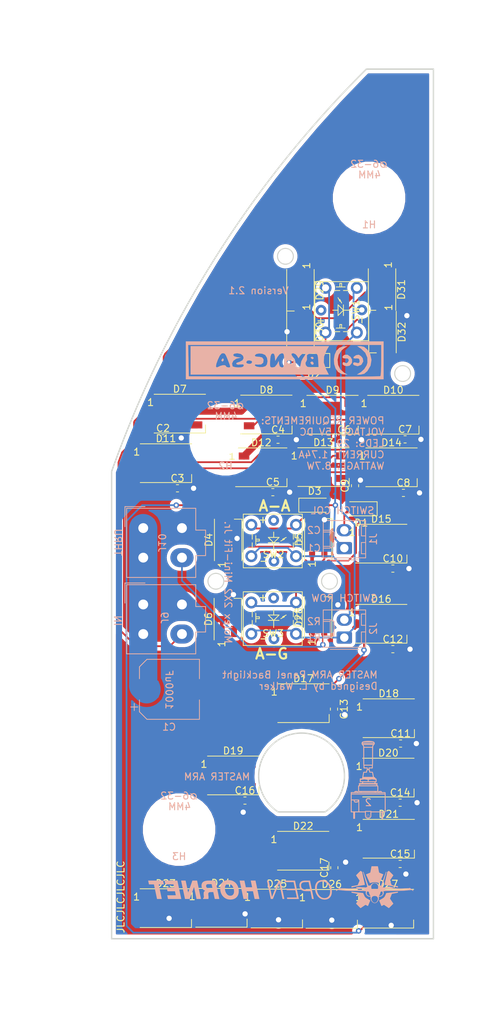
<source format=kicad_pcb>
(kicad_pcb (version 20171130) (host pcbnew "(5.1.9)-1")
  (layers (0 F.Cu mixed) (31 B.Cu power) (34 B.Paste user) (35 F.Paste user) (36 B.SilkS user) (37 F.SilkS user) (38 B.Mask user) (39 F.Mask user) (44 Edge.Cuts user))
  (net 0 "")
  (net 1 "Net-(D7-Pad2)")
  (net 2 "Net-(D8-Pad2)")
  (net 3 "Net-(D10-Pad4)")
  (net 4 "Net-(D10-Pad2)")
  (net 5 "Net-(D11-Pad2)")
  (net 6 "Net-(D12-Pad2)")
  (net 7 "Net-(D13-Pad2)")
  (net 8 "Net-(D14-Pad2)")
  (net 9 "Net-(D15-Pad2)")
  (net 10 "Net-(D16-Pad2)")
  (net 11 "Net-(D17-Pad2)")
  (net 12 "Net-(D18-Pad2)")
  (net 13 "Net-(D19-Pad2)")
  (net 14 "Net-(D20-Pad2)")
  (net 15 "Net-(D21-Pad2)")
  (net 16 "Net-(D22-Pad2)")
  (net 17 "Net-(D23-Pad2)")
  (net 18 "Net-(D24-Pad2)")
  (net 19 "Net-(D25-Pad2)")
  (net 20 "Net-(D26-Pad2)")
  (net 21 "Net-(D29-Pad2)")
  (net 22 "Net-(D30-Pad2)")
  (net 23 "Net-(D32-Pad2)")
  (net 24 /Column2)
  (net 25 "Net-(D1-Pad1)")
  (net 26 /Column1)
  (net 27 "Net-(D2-Pad1)")
  (net 28 "Net-(D3-Pad1)")
  (net 29 /Row2)
  (net 30 /Row1)
  (net 31 "Net-(SW1-Pad6)")
  (net 32 "Net-(SW2-Pad6)")
  (net 33 /DATAOUT)
  (net 34 /DATAIN)
  (net 35 "Net-(D31-Pad2)")
  (net 36 /LEDGND)
  (net 37 /LED+5V)
  (net 38 "Net-(SW1-Pad5)")
  (net 39 "Net-(SW2-Pad5)")
  (net 40 "Net-(SW3-Pad6)")
  (net 41 "Net-(SW3-Pad5)")
  (net 42 "Net-(D4-Pad2)")
  (net 43 "Net-(D5-Pad2)")
  (net 44 "Net-(D28-Pad4)")
  (net 45 "Net-(D27-Pad2)")
  (module Capacitor_SMD:CP_Elec_8x10 (layer B.Cu) (at 206.52048 117.147)
    (fp_text reference C1 (at -0.052 5.34848) (layer B.SilkS) (effects (justify mirror)))
    (fp_text value C_Polarized)
    (pad 2 smd roundrect (at 3.25 0) (size 3.5 2.5) (layers B.Cu B.Paste B.Mask) (roundrect_rratio 0.1) (net 36 /LEDGND))
    (pad 1 smd roundrect (at -3.25 0) (size 3.5 2.5) (layers B.Cu B.Paste B.Mask) (roundrect_rratio 0.1) (net 37 /LED+5V))
  )
  (module OH_General:CC-BY-NC-SA-Small (layer B.Cu) (at 222.97848 70.42548 180)
    (fp_text reference G*** hide)
    (fp_text value LOGO hide)
  )
  (module Connector_Molex:Molex_KK-254_AE-6410-02A_1x02_P2.54mm_Vertical (layer B.Cu) (at 231.36048 97.09548 90)
    (fp_text reference J1 (at 1.27 4.12 270) (layer B.SilkS) (effects (justify mirror)))
    (fp_text value Conn_01x02_Female)
    (pad 2 thru_hole oval (at 2.54 0 90) (size 1.74 2.19) (drill 1.19) (layers *.Cu *.Mask) (net 24 /Column2))
    (pad 1 thru_hole roundrect (at 0 0 90) (size 1.74 2.19) (drill 1.19) (layers *.Cu *.Mask) (roundrect_rratio 0.143678) (net 26 /Column1))
  )
  (module LED_SMD:LED_SK6812MINI_PLCC4_3.5x3.5mm_P1.75mm (layer F.Cu) (at 236.785 66.4097 270)
    (fp_text reference D32 (at 0 -2.75 90) (layer F.SilkS))
    (fp_text value WS2812B)
    (fp_text user 1 (at -3.5 -0.875 90) (layer F.SilkS))
    (pad 1 smd rect (at -1.75 -0.875 270) (size 1.6 0.85) (layers F.Cu F.Paste F.Mask) (net 37 /LED+5V))
    (pad 2 smd rect (at -1.75 0.875 270) (size 1.6 0.85) (layers F.Cu F.Paste F.Mask) (net 23 "Net-(D32-Pad2)"))
    (pad 4 smd rect (at 1.75 -0.875 270) (size 1.6 0.85) (layers F.Cu F.Paste F.Mask) (net 35 "Net-(D31-Pad2)"))
    (pad 3 smd rect (at 1.75 0.875 270) (size 1.6 0.85) (layers F.Cu F.Paste F.Mask) (net 36 /LEDGND))
  )
  (module LED_SMD:LED_SK6812MINI_PLCC4_3.5x3.5mm_P1.75mm (layer F.Cu) (at 236.72 60.3671 270)
    (fp_text reference D31 (at 0 -2.75 90) (layer F.SilkS))
    (fp_text value WS2812B)
    (fp_text user 1 (at -3.5 -0.875 90) (layer F.SilkS))
    (pad 1 smd rect (at -1.75 -0.875 270) (size 1.6 0.85) (layers F.Cu F.Paste F.Mask) (net 37 /LED+5V))
    (pad 2 smd rect (at -1.75 0.875 270) (size 1.6 0.85) (layers F.Cu F.Paste F.Mask) (net 35 "Net-(D31-Pad2)"))
    (pad 4 smd rect (at 1.75 -0.875 270) (size 1.6 0.85) (layers F.Cu F.Paste F.Mask) (net 22 "Net-(D30-Pad2)"))
    (pad 3 smd rect (at 1.75 0.875 270) (size 1.6 0.85) (layers F.Cu F.Paste F.Mask) (net 36 /LEDGND))
  )
  (module LED_SMD:LED_SK6812MINI_PLCC4_3.5x3.5mm_P1.75mm (layer F.Cu) (at 225.126 66.3589 270)
    (fp_text reference D30 (at 0 -2.75 90) (layer F.SilkS))
    (fp_text value WS2812B)
    (fp_text user 1 (at -3.5 -0.875 90) (layer F.SilkS))
    (pad 1 smd rect (at -1.75 -0.875 270) (size 1.6 0.85) (layers F.Cu F.Paste F.Mask) (net 37 /LED+5V))
    (pad 2 smd rect (at -1.75 0.875 270) (size 1.6 0.85) (layers F.Cu F.Paste F.Mask) (net 22 "Net-(D30-Pad2)"))
    (pad 4 smd rect (at 1.75 -0.875 270) (size 1.6 0.85) (layers F.Cu F.Paste F.Mask) (net 21 "Net-(D29-Pad2)"))
    (pad 3 smd rect (at 1.75 0.875 270) (size 1.6 0.85) (layers F.Cu F.Paste F.Mask) (net 36 /LEDGND))
  )
  (module LED_SMD:LED_SK6812MINI_PLCC4_3.5x3.5mm_P1.75mm (layer F.Cu) (at 225.126 60.4713 270)
    (fp_text reference D29 (at 0 -2.75 90) (layer F.SilkS))
    (fp_text value WS2812B)
    (fp_text user 1 (at -3.5 -0.875 90) (layer F.SilkS))
    (pad 1 smd rect (at -1.75 -0.875 270) (size 1.6 0.85) (layers F.Cu F.Paste F.Mask) (net 37 /LED+5V))
    (pad 2 smd rect (at -1.75 0.875 270) (size 1.6 0.85) (layers F.Cu F.Paste F.Mask) (net 21 "Net-(D29-Pad2)"))
    (pad 4 smd rect (at 1.75 -0.875 270) (size 1.6 0.85) (layers F.Cu F.Paste F.Mask) (net 34 /DATAIN))
    (pad 3 smd rect (at 1.75 0.875 270) (size 1.6 0.85) (layers F.Cu F.Paste F.Mask) (net 36 /LEDGND))
  )
  (module LED_SMD:LED_SK6812MINI_PLCC4_3.5x3.5mm_P1.75mm (layer F.Cu) (at 227.641 106.948 90)
    (fp_text reference D28 (at 0 -2.75 90) (layer F.SilkS))
    (fp_text value WS2812B)
    (fp_text user 1 (at -3.5 -0.875 90) (layer F.SilkS))
    (pad 1 smd rect (at -1.75 -0.875 90) (size 1.6 0.85) (layers F.Cu F.Paste F.Mask) (net 37 /LED+5V))
    (pad 2 smd rect (at -1.75 0.875 90) (size 1.6 0.85) (layers F.Cu F.Paste F.Mask) (net 33 /DATAOUT))
    (pad 4 smd rect (at 1.75 -0.875 90) (size 1.6 0.85) (layers F.Cu F.Paste F.Mask) (net 44 "Net-(D28-Pad4)"))
    (pad 3 smd rect (at 1.75 0.875 90) (size 1.6 0.85) (layers F.Cu F.Paste F.Mask) (net 36 /LEDGND))
  )
  (module LED_SMD:LED_SK6812MINI_PLCC4_3.5x3.5mm_P1.75mm (layer F.Cu) (at 214.814 107.177 90)
    (fp_text reference D6 (at 0 -2.75 90) (layer F.SilkS))
    (fp_text value WS2812B)
    (fp_text user 1 (at -3.5 -0.875 90) (layer F.SilkS))
    (pad 1 smd rect (at -1.75 -0.875 90) (size 1.6 0.85) (layers F.Cu F.Paste F.Mask) (net 37 /LED+5V))
    (pad 2 smd rect (at -1.75 0.875 90) (size 1.6 0.85) (layers F.Cu F.Paste F.Mask) (net 44 "Net-(D28-Pad4)"))
    (pad 4 smd rect (at 1.75 -0.875 90) (size 1.6 0.85) (layers F.Cu F.Paste F.Mask) (net 43 "Net-(D5-Pad2)"))
    (pad 3 smd rect (at 1.75 0.875 90) (size 1.6 0.85) (layers F.Cu F.Paste F.Mask) (net 36 /LEDGND))
  )
  (module LED_SMD:LED_SK6812MINI_PLCC4_3.5x3.5mm_P1.75mm (layer F.Cu) (at 227.663 95.8535 90)
    (fp_text reference D5 (at 0 -2.75 90) (layer F.SilkS))
    (fp_text value WS2812B)
    (fp_text user 1 (at -3.5 -0.875 90) (layer F.SilkS))
    (pad 1 smd rect (at -1.75 -0.875 90) (size 1.6 0.85) (layers F.Cu F.Paste F.Mask) (net 37 /LED+5V))
    (pad 2 smd rect (at -1.75 0.875 90) (size 1.6 0.85) (layers F.Cu F.Paste F.Mask) (net 43 "Net-(D5-Pad2)"))
    (pad 4 smd rect (at 1.75 -0.875 90) (size 1.6 0.85) (layers F.Cu F.Paste F.Mask) (net 42 "Net-(D4-Pad2)"))
    (pad 3 smd rect (at 1.75 0.875 90) (size 1.6 0.85) (layers F.Cu F.Paste F.Mask) (net 36 /LEDGND))
  )
  (module LED_SMD:LED_SK6812MINI_PLCC4_3.5x3.5mm_P1.75mm (layer F.Cu) (at 214.862 95.9297 90)
    (fp_text reference D4 (at 0 -2.75 90) (layer F.SilkS))
    (fp_text value WS2812B)
    (fp_text user 1 (at -3.5 -0.875 90) (layer F.SilkS))
    (pad 1 smd rect (at -1.75 -0.875 90) (size 1.6 0.85) (layers F.Cu F.Paste F.Mask) (net 37 /LED+5V))
    (pad 2 smd rect (at -1.75 0.875 90) (size 1.6 0.85) (layers F.Cu F.Paste F.Mask) (net 42 "Net-(D4-Pad2)"))
    (pad 4 smd rect (at 1.75 -0.875 90) (size 1.6 0.85) (layers F.Cu F.Paste F.Mask) (net 45 "Net-(D27-Pad2)"))
    (pad 3 smd rect (at 1.75 0.875 90) (size 1.6 0.85) (layers F.Cu F.Paste F.Mask) (net 36 /LEDGND))
  )
  (module OH_General:OH_LOGO_37.7mm_5.9mm (layer B.Cu) (at 222.34648 145.24748 180)
    (fp_text reference G*** hide)
    (fp_text value LOGO hide)
  )
  (module OH_Backlighting:OH_Panel_6-32_PHS (layer F.Cu) (at 234.87838 47.34958)
    (fp_text reference 1 hide)
    (fp_text value OH_Panel_Fastner_Keepout hide)
    (fp_text user 4MM (at 0.075 -3.275 180) (layer B.SilkS) (effects (justify mirror)))
    (fp_text user H1 (at 0 3.81) (layer B.SilkS) (effects (justify mirror)))
    (fp_text user ⌀6-32 (at 0 -4.8) (layer B.SilkS) (effects (justify mirror)))
    (pad "" np_thru_hole circle (at 0 0) (size 4.3 4.3) (drill 4.3) (layers *.Cu *.Mask) (clearance 3))
  )
  (module OH_Backlighting:OH_Panel_6-32_PHS (layer F.Cu) (at 214.49488 81.63958)
    (fp_text reference 2 hide)
    (fp_text value OH_Panel_Fastner_Keepout hide)
    (fp_text user 4MM (at 0.075 -3.275 180) (layer B.SilkS) (effects (justify mirror)))
    (fp_text user H2 (at 0 3.81) (layer B.SilkS) (effects (justify mirror)))
    (fp_text user ⌀6-32 (at 0 -4.8) (layer B.SilkS) (effects (justify mirror)))
    (pad "" np_thru_hole circle (at 0 0) (size 4.3 4.3) (drill 4.3) (layers *.Cu *.Mask) (clearance 3))
  )
  (module OH_Backlighting:OH_Panel_6-32_PHS (layer F.Cu) (at 207.89088 137.07508)
    (fp_text reference 3 hide)
    (fp_text value OH_Panel_Fastner_Keepout hide)
    (fp_text user 4MM (at 0.075 -3.275 180) (layer B.SilkS) (effects (justify mirror)))
    (fp_text user H3 (at 0 3.81) (layer B.SilkS) (effects (justify mirror)))
    (fp_text user ⌀6-32 (at 0 -4.8) (layer B.SilkS) (effects (justify mirror)))
    (pad "" np_thru_hole circle (at 0 0) (size 4.3 4.3) (drill 4.3) (layers *.Cu *.Mask) (clearance 3))
  )
  (module Capacitor_SMD:C_0603_1608Metric (layer F.Cu) (at 205.60898 81.4975)
    (fp_text reference C2 (at 0 -1.43) (layer F.SilkS))
    (fp_text value C)
    (pad 2 smd roundrect (at 0.7875 0) (size 0.875 0.95) (layers F.Cu F.Paste F.Mask) (net 36 /LEDGND))
    (pad 1 smd roundrect (at -0.7875 0) (size 0.875 0.95) (layers F.Cu F.Paste F.Mask) (net 37 /LED+5V))
  )
  (module Capacitor_SMD:C_0603_1608Metric (layer F.Cu) (at 229.946 142.485 90)
    (fp_text reference C17 (at 0 -1.43 90) (layer F.SilkS))
    (fp_text value C)
    (pad 2 smd roundrect (at 0.7875 0 90) (size 0.875 0.95) (layers F.Cu F.Paste F.Mask) (net 36 /LEDGND))
    (pad 1 smd roundrect (at -0.7875 0 90) (size 0.875 0.95) (layers F.Cu F.Paste F.Mask) (net 37 /LED+5V))
  )
  (module Capacitor_SMD:C_0603_1608Metric (layer F.Cu) (at 217.246 132.947)
    (fp_text reference C16 (at 0 -1.43) (layer F.SilkS))
    (fp_text value C)
    (pad 2 smd roundrect (at 0.7875 0) (size 0.875 0.95) (layers F.Cu F.Paste F.Mask) (net 36 /LEDGND))
    (pad 1 smd roundrect (at -0.7875 0) (size 0.875 0.95) (layers F.Cu F.Paste F.Mask) (net 37 /LED+5V))
  )
  (module Connector_Molex:Molex_Mini-Fit_Jr_5566-04A_2x02_P4.20mm_Vertical (layer B.Cu) (at 202.796 94.2475 270)
    (fp_text reference J10 (at 2.09998 -2.65048 270 unlocked) (layer B.SilkS) (effects (justify mirror)))
    (fp_text value Conn_01x04_Female)
    (pad 4 thru_hole oval (at 4.2 -5.5 270) (size 2.7 3.3) (drill 1.4) (layers *.Cu *.Mask) (net 33 /DATAOUT))
    (pad 3 thru_hole oval (at 0 -5.5 270) (size 2.7 3.3) (drill 1.4) (layers *.Cu *.Mask) (net 36 /LEDGND))
    (pad 2 thru_hole oval (at 4.2 0 270) (size 2.7 3.3) (drill 1.4) (layers *.Cu *.Mask) (net 37 /LED+5V))
    (pad 1 thru_hole roundrect (at 0 0 270) (size 2.7 3.3) (drill 1.4) (layers *.Cu *.Mask) (roundrect_rratio 0.09300000000000001) (net 37 /LED+5V))
  )
  (module Connector_Molex:Molex_Mini-Fit_Jr_5566-04A_2x02_P4.20mm_Vertical (layer B.Cu) (at 202.796 105.097 270)
    (fp_text reference J9 (at 1.9 -3 270 unlocked) (layer B.SilkS) (effects (justify mirror)))
    (fp_text value Conn_01x04_Female)
    (pad 4 thru_hole oval (at 4.2 -5.5 270) (size 2.7 3.3) (drill 1.4) (layers *.Cu *.Mask) (net 34 /DATAIN))
    (pad 3 thru_hole oval (at 0 -5.5 270) (size 2.7 3.3) (drill 1.4) (layers *.Cu *.Mask) (net 36 /LEDGND))
    (pad 2 thru_hole oval (at 4.2 0 270) (size 2.7 3.3) (drill 1.4) (layers *.Cu *.Mask) (net 37 /LED+5V))
    (pad 1 thru_hole roundrect (at 0 0 270) (size 2.7 3.3) (drill 1.4) (layers *.Cu *.Mask) (roundrect_rratio 0.09300000000000001) (net 37 /LED+5V))
  )
  (module Capacitor_SMD:C_0603_1608Metric (layer F.Cu) (at 239.296 141.947)
    (fp_text reference C15 (at 0 -1.43) (layer F.SilkS))
    (fp_text value C)
    (pad 2 smd roundrect (at 0.7875 0) (size 0.875 0.95) (layers F.Cu F.Paste F.Mask) (net 36 /LEDGND))
    (pad 1 smd roundrect (at -0.7875 0) (size 0.875 0.95) (layers F.Cu F.Paste F.Mask) (net 37 /LED+5V))
  )
  (module Capacitor_SMD:C_0603_1608Metric (layer F.Cu) (at 239.296 133.247)
    (fp_text reference C14 (at 0 -1.43) (layer F.SilkS))
    (fp_text value C)
    (pad 2 smd roundrect (at 0.7875 0) (size 0.875 0.95) (layers F.Cu F.Paste F.Mask) (net 36 /LEDGND))
    (pad 1 smd roundrect (at -0.7875 0) (size 0.875 0.95) (layers F.Cu F.Paste F.Mask) (net 37 /LED+5V))
  )
  (module Capacitor_SMD:C_0603_1608Metric (layer F.Cu) (at 229.896 119.96 270)
    (fp_text reference C13 (at 0 -1.43 90) (layer F.SilkS))
    (fp_text value C)
    (pad 2 smd roundrect (at 0.7875 0 270) (size 0.875 0.95) (layers F.Cu F.Paste F.Mask) (net 36 /LEDGND))
    (pad 1 smd roundrect (at -0.7875 0 270) (size 0.875 0.95) (layers F.Cu F.Paste F.Mask) (net 37 /LED+5V))
  )
  (module Capacitor_SMD:C_0603_1608Metric (layer F.Cu) (at 238.259 111.447)
    (fp_text reference C12 (at 0 -1.43) (layer F.SilkS))
    (fp_text value C)
    (pad 2 smd roundrect (at 0.7875 0) (size 0.875 0.95) (layers F.Cu F.Paste F.Mask) (net 36 /LEDGND))
    (pad 1 smd roundrect (at -0.7875 0) (size 0.875 0.95) (layers F.Cu F.Paste F.Mask) (net 37 /LED+5V))
  )
  (module Capacitor_SMD:C_0603_1608Metric (layer F.Cu) (at 239.359 124.847)
    (fp_text reference C11 (at 0 -1.43) (layer F.SilkS))
    (fp_text value C)
    (pad 2 smd roundrect (at 0.7875 0) (size 0.875 0.95) (layers F.Cu F.Paste F.Mask) (net 36 /LEDGND))
    (pad 1 smd roundrect (at -0.7875 0) (size 0.875 0.95) (layers F.Cu F.Paste F.Mask) (net 37 /LED+5V))
  )
  (module Capacitor_SMD:C_0603_1608Metric (layer F.Cu) (at 238.259 99.9975)
    (fp_text reference C10 (at 0 -1.43) (layer F.SilkS))
    (fp_text value C)
    (pad 2 smd roundrect (at 0.7875 0) (size 0.875 0.95) (layers F.Cu F.Paste F.Mask) (net 36 /LEDGND))
    (pad 1 smd roundrect (at -0.7875 0) (size 0.875 0.95) (layers F.Cu F.Paste F.Mask) (net 37 /LED+5V))
  )
  (module Capacitor_SMD:C_0603_1608Metric (layer F.Cu) (at 232.88448 88.23098 90)
    (fp_text reference C9 (at 0 -1.43 90) (layer F.SilkS))
    (fp_text value C)
    (pad 2 smd roundrect (at 0.7875 0 90) (size 0.875 0.95) (layers F.Cu F.Paste F.Mask) (net 36 /LEDGND))
    (pad 1 smd roundrect (at -0.7875 0 90) (size 0.875 0.95) (layers F.Cu F.Paste F.Mask) (net 37 /LED+5V))
  )
  (module Capacitor_SMD:C_0603_1608Metric (layer F.Cu) (at 239.759 89.2475)
    (fp_text reference C8 (at 0 -1.43) (layer F.SilkS))
    (fp_text value C)
    (pad 2 smd roundrect (at 0.7875 0) (size 0.875 0.95) (layers F.Cu F.Paste F.Mask) (net 36 /LEDGND))
    (pad 1 smd roundrect (at -0.7875 0) (size 0.875 0.95) (layers F.Cu F.Paste F.Mask) (net 37 /LED+5V))
  )
  (module Capacitor_SMD:C_0603_1608Metric (layer F.Cu) (at 239.996 81.6475)
    (fp_text reference C7 (at 0 -1.43) (layer F.SilkS))
    (fp_text value C)
    (pad 2 smd roundrect (at 0.7875 0) (size 0.875 0.95) (layers F.Cu F.Paste F.Mask) (net 36 /LEDGND))
    (pad 1 smd roundrect (at -0.7875 0) (size 0.875 0.95) (layers F.Cu F.Paste F.Mask) (net 37 /LED+5V))
  )
  (module Capacitor_SMD:C_0603_1608Metric (layer F.Cu) (at 231.346 81.6975)
    (fp_text reference C6 (at 0 -1.43) (layer F.SilkS))
    (fp_text value C)
    (pad 2 smd roundrect (at 0.7875 0) (size 0.875 0.95) (layers F.Cu F.Paste F.Mask) (net 36 /LEDGND))
    (pad 1 smd roundrect (at -0.7875 0) (size 0.875 0.95) (layers F.Cu F.Paste F.Mask) (net 37 /LED+5V))
  )
  (module Capacitor_SMD:C_0603_1608Metric (layer F.Cu) (at 221.209 89.1475)
    (fp_text reference C5 (at 0 -1.43) (layer F.SilkS))
    (fp_text value C)
    (pad 2 smd roundrect (at 0.7875 0) (size 0.875 0.95) (layers F.Cu F.Paste F.Mask) (net 36 /LEDGND))
    (pad 1 smd roundrect (at -0.7875 0) (size 0.875 0.95) (layers F.Cu F.Paste F.Mask) (net 37 /LED+5V))
  )
  (module Capacitor_SMD:C_0603_1608Metric (layer F.Cu) (at 221.946 81.6975)
    (fp_text reference C4 (at 0 -1.43) (layer F.SilkS))
    (fp_text value C)
    (pad 2 smd roundrect (at 0.7875 0) (size 0.875 0.95) (layers F.Cu F.Paste F.Mask) (net 36 /LEDGND))
    (pad 1 smd roundrect (at -0.7875 0) (size 0.875 0.95) (layers F.Cu F.Paste F.Mask) (net 37 /LED+5V))
  )
  (module Capacitor_SMD:C_0603_1608Metric (layer F.Cu) (at 207.659 88.5975)
    (fp_text reference C3 (at 0 -1.43) (layer F.SilkS))
    (fp_text value C)
    (pad 2 smd roundrect (at 0.7875 0) (size 0.875 0.95) (layers F.Cu F.Paste F.Mask) (net 36 /LEDGND))
    (pad 1 smd roundrect (at -0.7875 0) (size 0.875 0.95) (layers F.Cu F.Paste F.Mask) (net 37 /LED+5V))
  )
  (module Diode_SMD:D_SOD-123 (layer F.Cu) (at 227.14648 90.99748)
    (fp_text reference D3 (at 0 -2) (layer F.SilkS))
    (fp_text value D)
    (pad 2 smd rect (at 1.65 0) (size 0.9 1.2) (layers F.Cu F.Paste F.Mask) (net 26 /Column1))
    (pad 1 smd rect (at -1.65 0) (size 0.9 1.2) (layers F.Cu F.Paste F.Mask) (net 28 "Net-(D3-Pad1)"))
  )
  (module Diode_SMD:D_SOD-123 (layer F.Cu) (at 227.046 70.4475 180)
    (fp_text reference D2 (at 0 -2) (layer F.SilkS))
    (fp_text value D)
    (pad 2 smd rect (at 1.65 0 180) (size 0.9 1.2) (layers F.Cu F.Paste F.Mask) (net 26 /Column1))
    (pad 1 smd rect (at -1.65 0 180) (size 0.9 1.2) (layers F.Cu F.Paste F.Mask) (net 27 "Net-(D2-Pad1)"))
  )
  (module Diode_SMD:D_SOD-123 (layer F.Cu) (at 233.77448 91.50748 180)
    (fp_text reference D1 (at 0 -2) (layer F.SilkS))
    (fp_text value D)
    (pad 2 smd rect (at 1.65 0 180) (size 0.9 1.2) (layers F.Cu F.Paste F.Mask) (net 24 /Column2))
    (pad 1 smd rect (at -1.65 0 180) (size 0.9 1.2) (layers F.Cu F.Paste F.Mask) (net 25 "Net-(D1-Pad1)"))
  )
  (module "Kicad Footprint Files:S2ALToggle" (layer B.Cu) (at 234.89108 130.14088 180)
    (fp_text reference G1 hide)
    (fp_text value LOGO hide)
    (fp_text user 2 (at 0.125 -3.075) (layer B.SilkS) (effects (justify mirror)))
  )
  (module LED_SMD:LED_WS2812B_PLCC4_5.0x5.0mm_P3.2mm (layer F.Cu) (at 237.558 148.302)
    (fp_text reference D27 (at 0 -3.5) (layer F.SilkS))
    (fp_text value WS2812B)
    (fp_text user 1 (at -4.15 -1.6) (layer F.SilkS))
    (pad 1 smd rect (at -2.45 -1.6) (size 1.5 1) (layers F.Cu F.Paste F.Mask) (net 37 /LED+5V))
    (pad 2 smd rect (at -2.45 1.6) (size 1.5 1) (layers F.Cu F.Paste F.Mask) (net 45 "Net-(D27-Pad2)"))
    (pad 4 smd rect (at 2.45 -1.6) (size 1.5 1) (layers F.Cu F.Paste F.Mask) (net 20 "Net-(D26-Pad2)"))
    (pad 3 smd rect (at 2.45 1.6) (size 1.5 1) (layers F.Cu F.Paste F.Mask) (net 36 /LEDGND))
  )
  (module LED_SMD:LED_WS2812B_PLCC4_5.0x5.0mm_P3.2mm (layer F.Cu) (at 229.571 148.327)
    (fp_text reference D26 (at 0 -3.5) (layer F.SilkS))
    (fp_text value WS2812B)
    (fp_text user 1 (at -4.15 -1.6) (layer F.SilkS))
    (pad 1 smd rect (at -2.45 -1.6) (size 1.5 1) (layers F.Cu F.Paste F.Mask) (net 37 /LED+5V))
    (pad 2 smd rect (at -2.45 1.6) (size 1.5 1) (layers F.Cu F.Paste F.Mask) (net 20 "Net-(D26-Pad2)"))
    (pad 4 smd rect (at 2.45 -1.6) (size 1.5 1) (layers F.Cu F.Paste F.Mask) (net 19 "Net-(D25-Pad2)"))
    (pad 3 smd rect (at 2.45 1.6) (size 1.5 1) (layers F.Cu F.Paste F.Mask) (net 36 /LEDGND))
  )
  (module LED_SMD:LED_WS2812B_PLCC4_5.0x5.0mm_P3.2mm (layer F.Cu) (at 221.771 148.276)
    (fp_text reference D25 (at 0 -3.5) (layer F.SilkS))
    (fp_text value WS2812B)
    (fp_text user 1 (at -4.15 -1.6) (layer F.SilkS))
    (pad 1 smd rect (at -2.45 -1.6) (size 1.5 1) (layers F.Cu F.Paste F.Mask) (net 37 /LED+5V))
    (pad 2 smd rect (at -2.45 1.6) (size 1.5 1) (layers F.Cu F.Paste F.Mask) (net 19 "Net-(D25-Pad2)"))
    (pad 4 smd rect (at 2.45 -1.6) (size 1.5 1) (layers F.Cu F.Paste F.Mask) (net 18 "Net-(D24-Pad2)"))
    (pad 3 smd rect (at 2.45 1.6) (size 1.5 1) (layers F.Cu F.Paste F.Mask) (net 36 /LEDGND))
  )
  (module LED_SMD:LED_WS2812B_PLCC4_5.0x5.0mm_P3.2mm (layer F.Cu) (at 213.897 148.175)
    (fp_text reference D24 (at 0 -3.5) (layer F.SilkS))
    (fp_text value WS2812B)
    (fp_text user 1 (at -4.15 -1.6) (layer F.SilkS))
    (pad 1 smd rect (at -2.45 -1.6) (size 1.5 1) (layers F.Cu F.Paste F.Mask) (net 37 /LED+5V))
    (pad 2 smd rect (at -2.45 1.6) (size 1.5 1) (layers F.Cu F.Paste F.Mask) (net 18 "Net-(D24-Pad2)"))
    (pad 4 smd rect (at 2.45 -1.6) (size 1.5 1) (layers F.Cu F.Paste F.Mask) (net 17 "Net-(D23-Pad2)"))
    (pad 3 smd rect (at 2.45 1.6) (size 1.5 1) (layers F.Cu F.Paste F.Mask) (net 36 /LEDGND))
  )
  (module PT_Library_v001:PT_Small_Tactile_Switch_With_LED (layer F.Cu) (at 221.327 107.103)
    (fp_text reference SW3 (at -0.0762 2.10828) (layer F.SilkS))
    (fp_text value PT_Tactile_Switch_Led)
    (fp_text user - (at -1.42 2.81) (layer F.SilkS))
    (fp_text user + (at -1.524 -3.048) (layer F.SilkS))
    (pad 6 thru_hole circle (at 0.04 2.87) (size 1.524 1.524) (drill 0.762) (layers *.Cu *.Mask) (net 40 "Net-(SW3-Pad6)"))
    (pad 5 thru_hole circle (at 0 -2.921) (size 1.524 1.524) (drill 0.762) (layers *.Cu *.Mask) (net 41 "Net-(SW3-Pad5)"))
    (pad 4 thru_hole circle (at 3.175 2.159) (size 1.7 1.7) (drill 1) (layers *.Cu *.Mask) (net 30 /Row1))
    (pad 3 thru_hole circle (at -3.175 2.159) (size 1.7 1.7) (drill 1) (layers *.Cu *.Mask) (net 30 /Row1))
    (pad 2 thru_hole circle (at 3.175 -2.286) (size 1.7 1.7) (drill 1) (layers *.Cu *.Mask) (net 25 "Net-(D1-Pad1)"))
    (pad 1 thru_hole circle (at -3.175 -2.286) (size 1.7 1.7) (drill 1) (layers *.Cu *.Mask) (net 25 "Net-(D1-Pad1)"))
  )
  (module PT_Library_v001:PT_Small_Tactile_Switch_With_LED (layer F.Cu) (at 221.327 96.0795)
    (fp_text reference SW2 (at -0.02492 1.90498) (layer F.SilkS))
    (fp_text value PT_Tactile_Switch_Led)
    (fp_text user - (at -1.42 2.81) (layer F.SilkS))
    (fp_text user + (at -1.524 -3.048) (layer F.SilkS))
    (pad 6 thru_hole circle (at 0.04 2.87) (size 1.524 1.524) (drill 0.762) (layers *.Cu *.Mask) (net 32 "Net-(SW2-Pad6)"))
    (pad 5 thru_hole circle (at 0 -2.921) (size 1.524 1.524) (drill 0.762) (layers *.Cu *.Mask) (net 39 "Net-(SW2-Pad5)"))
    (pad 4 thru_hole circle (at 3.175 2.159) (size 1.7 1.7) (drill 1) (layers *.Cu *.Mask) (net 29 /Row2))
    (pad 3 thru_hole circle (at -3.175 2.159) (size 1.7 1.7) (drill 1) (layers *.Cu *.Mask) (net 29 /Row2))
    (pad 2 thru_hole circle (at 3.175 -2.286) (size 1.7 1.7) (drill 1) (layers *.Cu *.Mask) (net 28 "Net-(D3-Pad1)"))
    (pad 1 thru_hole circle (at -3.175 -2.286) (size 1.7 1.7) (drill 1) (layers *.Cu *.Mask) (net 28 "Net-(D3-Pad1)"))
  )
  (module PT_Library_v001:PT_Small_Tactile_Switch_With_LED (layer F.Cu) (at 230.98 63.3027 90)
    (fp_text reference SW1 (at -0.01078 2.00608 90) (layer F.SilkS))
    (fp_text value PT_Tactile_Switch_Led)
    (fp_text user - (at -1.42 2.81 90) (layer F.SilkS))
    (fp_text user + (at -1.524 -3.048 90) (layer F.SilkS))
    (pad 6 thru_hole circle (at 0.04 2.87 90) (size 1.524 1.524) (drill 0.762) (layers *.Cu *.Mask) (net 31 "Net-(SW1-Pad6)"))
    (pad 5 thru_hole circle (at 0 -2.921 90) (size 1.524 1.524) (drill 0.762) (layers *.Cu *.Mask) (net 38 "Net-(SW1-Pad5)"))
    (pad 4 thru_hole circle (at 3.175 2.159 90) (size 1.7 1.7) (drill 1) (layers *.Cu *.Mask) (net 30 /Row1))
    (pad 3 thru_hole circle (at -3.175 2.159 90) (size 1.7 1.7) (drill 1) (layers *.Cu *.Mask) (net 30 /Row1))
    (pad 2 thru_hole circle (at 3.175 -2.286 90) (size 1.7 1.7) (drill 1) (layers *.Cu *.Mask) (net 27 "Net-(D2-Pad1)"))
    (pad 1 thru_hole circle (at -3.175 -2.286 90) (size 1.7 1.7) (drill 1) (layers *.Cu *.Mask) (net 27 "Net-(D2-Pad1)"))
  )
  (module Connector_Molex:Molex_KK-254_AE-6410-02A_1x02_P2.54mm_Vertical (layer B.Cu) (at 231.36048 109.79548 90)
    (fp_text reference J2 (at 1.27 4.12 270) (layer B.SilkS) (effects (justify mirror)))
    (fp_text value Conn_01x02_Female)
    (pad 2 thru_hole oval (at 2.54 0 90) (size 1.74 2.19) (drill 1.19) (layers *.Cu *.Mask) (net 29 /Row2))
    (pad 1 thru_hole roundrect (at 0 0 90) (size 1.74 2.19) (drill 1.19) (layers *.Cu *.Mask) (roundrect_rratio 0.143678) (net 30 /Row1))
  )
  (module LED_SMD:LED_WS2812B_PLCC4_5.0x5.0mm_P3.2mm (layer F.Cu) (at 206 148.225)
    (fp_text reference D23 (at 0 -3.5) (layer F.SilkS))
    (fp_text value WS2812B)
    (fp_text user 1 (at -4.15 -1.6) (layer F.SilkS))
    (pad 1 smd rect (at -2.45 -1.6) (size 1.5 1) (layers F.Cu F.Paste F.Mask) (net 37 /LED+5V))
    (pad 2 smd rect (at -2.45 1.6) (size 1.5 1) (layers F.Cu F.Paste F.Mask) (net 17 "Net-(D23-Pad2)"))
    (pad 4 smd rect (at 2.45 -1.6) (size 1.5 1) (layers F.Cu F.Paste F.Mask) (net 16 "Net-(D22-Pad2)"))
    (pad 3 smd rect (at 2.45 1.6) (size 1.5 1) (layers F.Cu F.Paste F.Mask) (net 36 /LEDGND))
  )
  (module LED_SMD:LED_WS2812B_PLCC4_5.0x5.0mm_P3.2mm (layer F.Cu) (at 225.518 140.072)
    (fp_text reference D22 (at 0 -3.5) (layer F.SilkS))
    (fp_text value WS2812B)
    (fp_text user 1 (at -4.15 -1.6) (layer F.SilkS))
    (pad 1 smd rect (at -2.45 -1.6) (size 1.5 1) (layers F.Cu F.Paste F.Mask) (net 37 /LED+5V))
    (pad 2 smd rect (at -2.45 1.6) (size 1.5 1) (layers F.Cu F.Paste F.Mask) (net 16 "Net-(D22-Pad2)"))
    (pad 4 smd rect (at 2.45 -1.6) (size 1.5 1) (layers F.Cu F.Paste F.Mask) (net 15 "Net-(D21-Pad2)"))
    (pad 3 smd rect (at 2.45 1.6) (size 1.5 1) (layers F.Cu F.Paste F.Mask) (net 36 /LEDGND))
  )
  (module LED_SMD:LED_WS2812B_PLCC4_5.0x5.0mm_P3.2mm (layer F.Cu) (at 237.671 138.37)
    (fp_text reference D21 (at 0 -3.5) (layer F.SilkS))
    (fp_text value WS2812B)
    (fp_text user 1 (at -4.15 -1.6) (layer F.SilkS))
    (pad 1 smd rect (at -2.45 -1.6) (size 1.5 1) (layers F.Cu F.Paste F.Mask) (net 37 /LED+5V))
    (pad 2 smd rect (at -2.45 1.6) (size 1.5 1) (layers F.Cu F.Paste F.Mask) (net 15 "Net-(D21-Pad2)"))
    (pad 4 smd rect (at 2.45 -1.6) (size 1.5 1) (layers F.Cu F.Paste F.Mask) (net 14 "Net-(D20-Pad2)"))
    (pad 3 smd rect (at 2.45 1.6) (size 1.5 1) (layers F.Cu F.Paste F.Mask) (net 36 /LEDGND))
  )
  (module LED_SMD:LED_WS2812B_PLCC4_5.0x5.0mm_P3.2mm (layer F.Cu) (at 237.62 129.683)
    (fp_text reference D20 (at 0 -3.5) (layer F.SilkS))
    (fp_text value WS2812B)
    (fp_text user 1 (at -4.15 -1.6) (layer F.SilkS))
    (pad 1 smd rect (at -2.45 -1.6) (size 1.5 1) (layers F.Cu F.Paste F.Mask) (net 37 /LED+5V))
    (pad 2 smd rect (at -2.45 1.6) (size 1.5 1) (layers F.Cu F.Paste F.Mask) (net 14 "Net-(D20-Pad2)"))
    (pad 4 smd rect (at 2.45 -1.6) (size 1.5 1) (layers F.Cu F.Paste F.Mask) (net 13 "Net-(D19-Pad2)"))
    (pad 3 smd rect (at 2.45 1.6) (size 1.5 1) (layers F.Cu F.Paste F.Mask) (net 36 /LEDGND))
  )
  (module LED_SMD:LED_WS2812B_PLCC4_5.0x5.0mm_P3.2mm (layer F.Cu) (at 215.573 129.379)
    (fp_text reference D19 (at 0 -3.5) (layer F.SilkS))
    (fp_text value WS2812B)
    (fp_text user 1 (at -4.15 -1.6) (layer F.SilkS))
    (pad 1 smd rect (at -2.45 -1.6) (size 1.5 1) (layers F.Cu F.Paste F.Mask) (net 37 /LED+5V))
    (pad 2 smd rect (at -2.45 1.6) (size 1.5 1) (layers F.Cu F.Paste F.Mask) (net 13 "Net-(D19-Pad2)"))
    (pad 4 smd rect (at 2.45 -1.6) (size 1.5 1) (layers F.Cu F.Paste F.Mask) (net 12 "Net-(D18-Pad2)"))
    (pad 3 smd rect (at 2.45 1.6) (size 1.5 1) (layers F.Cu F.Paste F.Mask) (net 36 /LEDGND))
  )
  (module LED_SMD:LED_WS2812B_PLCC4_5.0x5.0mm_P3.2mm (layer F.Cu) (at 237.671 121.251)
    (fp_text reference D18 (at 0 -3.5) (layer F.SilkS))
    (fp_text value WS2812B)
    (fp_text user 1 (at -4.15 -1.6) (layer F.SilkS))
    (pad 1 smd rect (at -2.45 -1.6) (size 1.5 1) (layers F.Cu F.Paste F.Mask) (net 37 /LED+5V))
    (pad 2 smd rect (at -2.45 1.6) (size 1.5 1) (layers F.Cu F.Paste F.Mask) (net 12 "Net-(D18-Pad2)"))
    (pad 4 smd rect (at 2.45 -1.6) (size 1.5 1) (layers F.Cu F.Paste F.Mask) (net 11 "Net-(D17-Pad2)"))
    (pad 3 smd rect (at 2.45 1.6) (size 1.5 1) (layers F.Cu F.Paste F.Mask) (net 36 /LEDGND))
  )
  (module LED_SMD:LED_WS2812B_PLCC4_5.0x5.0mm_P3.2mm (layer F.Cu) (at 225.558 119.117)
    (fp_text reference D17 (at 0 -3.5) (layer F.SilkS))
    (fp_text value WS2812B)
    (fp_text user 1 (at -4.15 -1.6) (layer F.SilkS))
    (pad 1 smd rect (at -2.45 -1.6) (size 1.5 1) (layers F.Cu F.Paste F.Mask) (net 37 /LED+5V))
    (pad 2 smd rect (at -2.45 1.6) (size 1.5 1) (layers F.Cu F.Paste F.Mask) (net 11 "Net-(D17-Pad2)"))
    (pad 4 smd rect (at 2.45 -1.6) (size 1.5 1) (layers F.Cu F.Paste F.Mask) (net 10 "Net-(D16-Pad2)"))
    (pad 3 smd rect (at 2.45 1.6) (size 1.5 1) (layers F.Cu F.Paste F.Mask) (net 36 /LEDGND))
  )
  (module LED_SMD:LED_WS2812B_PLCC4_5.0x5.0mm_P3.2mm (layer F.Cu) (at 236.604 107.839)
    (fp_text reference D16 (at 0 -3.5) (layer F.SilkS))
    (fp_text value WS2812B)
    (fp_text user 1 (at -4.15 -1.6) (layer F.SilkS))
    (pad 1 smd rect (at -2.45 -1.6) (size 1.5 1) (layers F.Cu F.Paste F.Mask) (net 37 /LED+5V))
    (pad 2 smd rect (at -2.45 1.6) (size 1.5 1) (layers F.Cu F.Paste F.Mask) (net 10 "Net-(D16-Pad2)"))
    (pad 4 smd rect (at 2.45 -1.6) (size 1.5 1) (layers F.Cu F.Paste F.Mask) (net 9 "Net-(D15-Pad2)"))
    (pad 3 smd rect (at 2.45 1.6) (size 1.5 1) (layers F.Cu F.Paste F.Mask) (net 36 /LEDGND))
  )
  (module LED_SMD:LED_WS2812B_PLCC4_5.0x5.0mm_P3.2mm (layer F.Cu) (at 236.604 96.4603)
    (fp_text reference D15 (at 0 -3.5) (layer F.SilkS))
    (fp_text value WS2812B)
    (fp_text user 1 (at -4.15 -1.6) (layer F.SilkS))
    (pad 1 smd rect (at -2.45 -1.6) (size 1.5 1) (layers F.Cu F.Paste F.Mask) (net 37 /LED+5V))
    (pad 2 smd rect (at -2.45 1.6) (size 1.5 1) (layers F.Cu F.Paste F.Mask) (net 9 "Net-(D15-Pad2)"))
    (pad 4 smd rect (at 2.45 -1.6) (size 1.5 1) (layers F.Cu F.Paste F.Mask) (net 8 "Net-(D14-Pad2)"))
    (pad 3 smd rect (at 2.45 1.6) (size 1.5 1) (layers F.Cu F.Paste F.Mask) (net 36 /LEDGND))
  )
  (module LED_SMD:LED_WS2812B_PLCC4_5.0x5.0mm_P3.2mm (layer F.Cu) (at 238.066 85.6147)
    (fp_text reference D14 (at 0 -3.5) (layer F.SilkS))
    (fp_text value WS2812B)
    (fp_text user 1 (at -4.15 -1.6) (layer F.SilkS))
    (pad 1 smd rect (at -2.45 -1.6) (size 1.5 1) (layers F.Cu F.Paste F.Mask) (net 37 /LED+5V))
    (pad 2 smd rect (at -2.45 1.6) (size 1.5 1) (layers F.Cu F.Paste F.Mask) (net 8 "Net-(D14-Pad2)"))
    (pad 4 smd rect (at 2.45 -1.6) (size 1.5 1) (layers F.Cu F.Paste F.Mask) (net 7 "Net-(D13-Pad2)"))
    (pad 3 smd rect (at 2.45 1.6) (size 1.5 1) (layers F.Cu F.Paste F.Mask) (net 36 /LEDGND))
  )
  (module LED_SMD:LED_WS2812B_PLCC4_5.0x5.0mm_P3.2mm (layer F.Cu) (at 228.402 85.5891)
    (fp_text reference D13 (at 0 -3.5) (layer F.SilkS))
    (fp_text value WS2812B)
    (fp_text user 1 (at -4.15 -1.6) (layer F.SilkS))
    (pad 1 smd rect (at -2.45 -1.6) (size 1.5 1) (layers F.Cu F.Paste F.Mask) (net 37 /LED+5V))
    (pad 2 smd rect (at -2.45 1.6) (size 1.5 1) (layers F.Cu F.Paste F.Mask) (net 7 "Net-(D13-Pad2)"))
    (pad 4 smd rect (at 2.45 -1.6) (size 1.5 1) (layers F.Cu F.Paste F.Mask) (net 6 "Net-(D12-Pad2)"))
    (pad 3 smd rect (at 2.45 1.6) (size 1.5 1) (layers F.Cu F.Paste F.Mask) (net 36 /LEDGND))
  )
  (module LED_SMD:LED_WS2812B_PLCC4_5.0x5.0mm_P3.2mm (layer F.Cu) (at 219.563 85.6147)
    (fp_text reference D12 (at 0 -3.5) (layer F.SilkS))
    (fp_text value WS2812B)
    (fp_text user 1 (at -4.15 -1.6) (layer F.SilkS))
    (pad 1 smd rect (at -2.45 -1.6) (size 1.5 1) (layers F.Cu F.Paste F.Mask) (net 37 /LED+5V))
    (pad 2 smd rect (at -2.45 1.6) (size 1.5 1) (layers F.Cu F.Paste F.Mask) (net 6 "Net-(D12-Pad2)"))
    (pad 4 smd rect (at 2.45 -1.6) (size 1.5 1) (layers F.Cu F.Paste F.Mask) (net 5 "Net-(D11-Pad2)"))
    (pad 3 smd rect (at 2.45 1.6) (size 1.5 1) (layers F.Cu F.Paste F.Mask) (net 36 /LEDGND))
  )
  (module LED_SMD:LED_WS2812B_PLCC4_5.0x5.0mm_P3.2mm (layer F.Cu) (at 206.023 85.0303)
    (fp_text reference D11 (at 0 -3.5) (layer F.SilkS))
    (fp_text value WS2812B)
    (fp_text user 1 (at -4.15 -1.6) (layer F.SilkS))
    (pad 1 smd rect (at -2.45 -1.6) (size 1.5 1) (layers F.Cu F.Paste F.Mask) (net 37 /LED+5V))
    (pad 2 smd rect (at -2.45 1.6) (size 1.5 1) (layers F.Cu F.Paste F.Mask) (net 5 "Net-(D11-Pad2)"))
    (pad 4 smd rect (at 2.45 -1.6) (size 1.5 1) (layers F.Cu F.Paste F.Mask) (net 4 "Net-(D10-Pad2)"))
    (pad 3 smd rect (at 2.45 1.6) (size 1.5 1) (layers F.Cu F.Paste F.Mask) (net 36 /LEDGND))
  )
  (module LED_SMD:LED_WS2812B_PLCC4_5.0x5.0mm_P3.2mm (layer F.Cu) (at 238.32 78.1471)
    (fp_text reference D10 (at 0 -3.5) (layer F.SilkS))
    (fp_text value WS2812B)
    (fp_text user 1 (at -4.15 -1.6) (layer F.SilkS))
    (pad 1 smd rect (at -2.45 -1.6) (size 1.5 1) (layers F.Cu F.Paste F.Mask) (net 37 /LED+5V))
    (pad 2 smd rect (at -2.45 1.6) (size 1.5 1) (layers F.Cu F.Paste F.Mask) (net 4 "Net-(D10-Pad2)"))
    (pad 4 smd rect (at 2.45 -1.6) (size 1.5 1) (layers F.Cu F.Paste F.Mask) (net 3 "Net-(D10-Pad4)"))
    (pad 3 smd rect (at 2.45 1.6) (size 1.5 1) (layers F.Cu F.Paste F.Mask) (net 36 /LEDGND))
  )
  (module LED_SMD:LED_WS2812B_PLCC4_5.0x5.0mm_P3.2mm (layer F.Cu) (at 229.684 78.1471)
    (fp_text reference D9 (at 0 -3.5) (layer F.SilkS))
    (fp_text value WS2812B)
    (fp_text user 1 (at -4.15 -1.6) (layer F.SilkS))
    (pad 1 smd rect (at -2.45 -1.6) (size 1.5 1) (layers F.Cu F.Paste F.Mask) (net 37 /LED+5V))
    (pad 2 smd rect (at -2.45 1.6) (size 1.5 1) (layers F.Cu F.Paste F.Mask) (net 3 "Net-(D10-Pad4)"))
    (pad 4 smd rect (at 2.45 -1.6) (size 1.5 1) (layers F.Cu F.Paste F.Mask) (net 2 "Net-(D8-Pad2)"))
    (pad 3 smd rect (at 2.45 1.6) (size 1.5 1) (layers F.Cu F.Paste F.Mask) (net 36 /LEDGND))
  )
  (module LED_SMD:LED_WS2812B_PLCC4_5.0x5.0mm_P3.2mm (layer F.Cu) (at 220.286 78.1215)
    (fp_text reference D8 (at 0 -3.5) (layer F.SilkS))
    (fp_text value WS2812B)
    (fp_text user 1 (at -4.15 -1.6) (layer F.SilkS))
    (pad 1 smd rect (at -2.45 -1.6) (size 1.5 1) (layers F.Cu F.Paste F.Mask) (net 37 /LED+5V))
    (pad 2 smd rect (at -2.45 1.6) (size 1.5 1) (layers F.Cu F.Paste F.Mask) (net 2 "Net-(D8-Pad2)"))
    (pad 4 smd rect (at 2.45 -1.6) (size 1.5 1) (layers F.Cu F.Paste F.Mask) (net 1 "Net-(D7-Pad2)"))
    (pad 3 smd rect (at 2.45 1.6) (size 1.5 1) (layers F.Cu F.Paste F.Mask) (net 36 /LEDGND))
  )
  (module LED_SMD:LED_WS2812B_PLCC4_5.0x5.0mm_P3.2mm (layer F.Cu) (at 207.992 77.9947)
    (fp_text reference D7 (at 0 -3.5) (layer F.SilkS))
    (fp_text value WS2812B)
    (fp_text user 1 (at -4.15 -1.6) (layer F.SilkS))
    (pad 1 smd rect (at -2.45 -1.6) (size 1.5 1) (layers F.Cu F.Paste F.Mask) (net 37 /LED+5V))
    (pad 2 smd rect (at -2.45 1.6) (size 1.5 1) (layers F.Cu F.Paste F.Mask) (net 1 "Net-(D7-Pad2)"))
    (pad 4 smd rect (at 2.45 -1.6) (size 1.5 1) (layers F.Cu F.Paste F.Mask) (net 23 "Net-(D32-Pad2)"))
    (pad 3 smd rect (at 2.45 1.6) (size 1.5 1) (layers F.Cu F.Paste F.Mask) (net 36 /LEDGND))
  )
  (gr_text JLCJLCJLCJLC (at 199.61048 146.62548 90) (layer F.SilkS) (effects (font (size 1 1))))
  (gr_text R2 (at 227.04248 107.50948) (layer B.SilkS) (effects (font (size 1 1)) (justify mirror)))
  (gr_text R1 (at 227.04248 109.79548) (layer B.SilkS) (effects (font (size 1 1)) (justify mirror)))
  (gr_text C2 (at 227.04248 94.55548) (layer B.SilkS) (effects (font (size 1 1)) (justify mirror)))
  (gr_text C1 (at 227.04248 97.09548) (layer B.SilkS) (effects (font (size 1 1)) (justify mirror)))
  (gr_circle (center 229.25648 101.79748) (end 230.38148 101.79748) (layer Edge.Cuts) (width 0.15))
  (gr_circle (center 213.11648 101.79748) (end 214.24148 101.79748) (layer Edge.Cuts) (width 0.15))
  (gr_circle (center 239.64648 72.29748) (end 240.77148 72.29748) (layer Edge.Cuts) (width 0.15))
  (gr_circle (center 222.99648 55.64748) (end 224.12148 55.64748) (layer Edge.Cuts) (width 0.15))
  (gr_text "SWITCH COL" (at 231.10648 91.76148) (layer B.SilkS) (effects (font (size 1 1)) (justify mirror)))
  (gr_text "Version 2.1" (at 219.16848 60.51948) (layer B.SilkS) (effects (font (size 1 1)) (justify mirror)))
  (gr_text "SWITCH ROW" (at 231.36048 104.20748) (layer B.SilkS) (effects (font (size 1 1)) (justify mirror)))
  (gr_text "MASTER ARM" (at 213.27568 129.55668) (layer B.SilkS) (effects (font (size 1 1)) (justify mirror)))
  (gr_text "MASTER ARM Panel Backlight\nDesigned by L. Walker" (at 236.18648 115.89148) (layer B.SilkS) (effects (font (size 1 1)) (justify left mirror)))
  (gr_text "POWER REQUIREMENTS:\nVOLTAGE: 5V DC\nLEDS: 29\nCURRENT: 1.74A\nWATTAGE: 8.7W" (at 237.15168 82.21108) (layer B.SilkS) (effects (font (size 1 1)) (justify left mirror)))
  (gr_text IN (at 199.14648 107.39748 270) (layer B.SilkS) (effects (font (size 1 1)) (justify mirror)))
  (gr_text THRU (at 199.20408 96.25728 270) (layer B.SilkS) (effects (font (size 1 1)) (justify mirror)))
  (gr_text "Molex 2X2 Mini-Fit Jr." (at 214.85048 101.94748 270) (layer B.SilkS) (effects (font (size 1 1)) (justify mirror)))
  (gr_text 1000uF (at 206.46848 117.19748 270) (layer B.SilkS) (effects (font (size 1 1)) (justify mirror)))
  (gr_arc (start 225.28988 129.45508) (end 228.620962 134.56048) (angle -293.7541185) (layer Edge.Cuts) (width 0.2))
  (gr_arc (start 341.939283 137.144869) (end 234.49738 29.061581) (angle -25.64612692) (layer Edge.Cuts) (width 0.2))
  (gr_line (start 221.958799 134.56048) (end 228.620962 134.56048) (layer Edge.Cuts) (width 0.2))
  (gr_line (start 198.30238 152.56908) (end 244.02238 152.56908) (layer Edge.Cuts) (width 0.2))
  (gr_line (start 244.02238 152.56908) (end 244.02238 29.06158) (layer Edge.Cuts) (width 0.2))
  (gr_line (start 244.02238 29.06158) (end 234.49738 29.06158) (layer Edge.Cuts) (width 0.2))
  (gr_line (start 198.30238 86.21158) (end 198.30238 152.56908) (layer Edge.Cuts) (width 0.2))
  (gr_text A-G (at 221.04768 112.10148) (layer F.SilkS) (effects (font (size 1.5 1.5) (thickness 0.3))))
  (gr_text A-A (at 221.44768 91.10148) (layer F.SilkS) (effects (font (size 1.5 1.5) (thickness 0.3))))
  (segment (start 205.542 79.5947) (end 206.6673 79.5947) (width 0.25) (layer F.Cu) (net 1))
  (segment (start 206.6673 79.5947) (end 207.5426 78.7194) (width 0.25) (layer F.Cu) (net 1))
  (segment (start 207.5426 78.7194) (end 218.7367 78.7194) (width 0.25) (layer F.Cu) (net 1))
  (segment (start 218.7367 78.7194) (end 220.9346 76.5215) (width 0.25) (layer F.Cu) (net 1))
  (segment (start 220.9346 76.5215) (end 222.736 76.5215) (width 0.25) (layer F.Cu) (net 1))
  (segment (start 218.44172 79.7215) (end 217.836 79.7215) (width 0.25) (layer F.Cu) (net 2))
  (segment (start 220.71574 77.44748) (end 218.44172 79.7215) (width 0.25) (layer F.Cu) (net 2))
  (segment (start 225.510403 75.672099) (end 223.735022 77.44748) (width 0.25) (layer F.Cu) (net 2))
  (segment (start 231.258999 75.672099) (end 225.510403 75.672099) (width 0.25) (layer F.Cu) (net 2))
  (segment (start 223.735022 77.44748) (end 220.71574 77.44748) (width 0.25) (layer F.Cu) (net 2))
  (segment (start 232.134 76.5471) (end 231.258999 75.672099) (width 0.25) (layer F.Cu) (net 2))
  (segment (start 238.445001 78.872099) (end 240.77 76.5471) (width 0.25) (layer F.Cu) (net 3))
  (segment (start 228.109001 78.872099) (end 238.445001 78.872099) (width 0.25) (layer F.Cu) (net 3))
  (segment (start 227.234 79.7471) (end 228.109001 78.872099) (width 0.25) (layer F.Cu) (net 3))
  (segment (start 219.913003 83.139699) (end 218.163001 84.889701) (width 0.25) (layer F.Cu) (net 4))
  (segment (start 223.063001 83.139699) (end 219.913003 83.139699) (width 0.25) (layer F.Cu) (net 4))
  (segment (start 218.163001 84.889701) (end 209.932401 84.889701) (width 0.25) (layer F.Cu) (net 4))
  (segment (start 224.813003 84.889701) (end 223.063001 83.139699) (width 0.25) (layer F.Cu) (net 4))
  (segment (start 228.752003 83.114099) (end 226.976401 84.889701) (width 0.25) (layer F.Cu) (net 4))
  (segment (start 209.932401 84.889701) (end 208.473 83.4303) (width 0.25) (layer F.Cu) (net 4))
  (segment (start 234.044403 83.114099) (end 228.752003 83.114099) (width 0.25) (layer F.Cu) (net 4))
  (segment (start 235.87 81.288502) (end 234.044403 83.114099) (width 0.25) (layer F.Cu) (net 4))
  (segment (start 226.976401 84.889701) (end 224.813003 84.889701) (width 0.25) (layer F.Cu) (net 4))
  (segment (start 235.87 79.7471) (end 235.87 81.288502) (width 0.25) (layer F.Cu) (net 4))
  (segment (start 203.573 86.6303) (end 204.6983 86.6303) (width 0.25) (layer F.Cu) (net 5))
  (segment (start 204.6983 86.6303) (end 205.5736 85.755) (width 0.25) (layer F.Cu) (net 5))
  (segment (start 205.5736 85.755) (end 218.7912 85.755) (width 0.25) (layer F.Cu) (net 5))
  (segment (start 218.7912 85.755) (end 220.5315 84.0147) (width 0.25) (layer F.Cu) (net 5))
  (segment (start 220.5315 84.0147) (end 222.013 84.0147) (width 0.25) (layer F.Cu) (net 5))
  (segment (start 217.113 87.2147) (end 218.2383 87.2147) (width 0.25) (layer F.Cu) (net 6))
  (segment (start 230.852 83.9891) (end 229.7267 83.9891) (width 0.25) (layer F.Cu) (net 6))
  (segment (start 218.2383 87.2147) (end 219.6397 85.8133) (width 0.25) (layer F.Cu) (net 6))
  (segment (start 219.6397 85.8133) (end 227.9025 85.8133) (width 0.25) (layer F.Cu) (net 6))
  (segment (start 227.9025 85.8133) (end 229.7267 83.9891) (width 0.25) (layer F.Cu) (net 6))
  (segment (start 240.516 84.0147) (end 239.3907 84.0147) (width 0.25) (layer F.Cu) (net 7))
  (segment (start 225.952 87.1891) (end 227.0773 87.1891) (width 0.25) (layer F.Cu) (net 7))
  (segment (start 227.0773 87.1891) (end 227.9526 86.3138) (width 0.25) (layer F.Cu) (net 7))
  (segment (start 227.9526 86.3138) (end 237.0916 86.3138) (width 0.25) (layer F.Cu) (net 7))
  (segment (start 237.0916 86.3138) (end 239.3907 84.0147) (width 0.25) (layer F.Cu) (net 7))
  (segment (start 239.054 94.8603) (end 239.054 92.089) (width 0.25) (layer F.Cu) (net 8))
  (segment (start 235.616 88.651) (end 235.616 87.2147) (width 0.25) (layer F.Cu) (net 8))
  (segment (start 239.054 92.089) (end 235.616 88.651) (width 0.25) (layer F.Cu) (net 8))
  (segment (start 234.154 98.0603) (end 234.154 99.889) (width 0.25) (layer F.Cu) (net 9))
  (segment (start 239.054 104.789) (end 239.054 106.239) (width 0.25) (layer F.Cu) (net 9))
  (segment (start 234.154 99.889) (end 239.054 104.789) (width 0.25) (layer F.Cu) (net 9))
  (segment (start 228.008 117.517) (end 228.71896 117.517) (width 0.25) (layer F.Cu) (net 10))
  (segment (start 228.71896 117.517) (end 230.59848 115.63748) (width 0.25) (layer F.Cu) (net 10))
  (via (at 230.59848 115.63748) (size 0.8) (drill 0.4) (layers F.Cu B.Cu) (net 10))
  (segment (start 234.154 111.57396) (end 234.154 109.439) (width 0.25) (layer F.Cu) (net 10))
  (via (at 234.154 111.57396) (size 0.8) (drill 0.4) (layers F.Cu B.Cu) (net 10))
  (segment (start 234.154 112.08196) (end 234.154 111.57396) (width 0.25) (layer B.Cu) (net 10))
  (segment (start 230.59848 115.63748) (end 234.154 112.08196) (width 0.25) (layer B.Cu) (net 10))
  (segment (start 237.899999 121.872001) (end 240.121 119.651) (width 0.25) (layer F.Cu) (net 11))
  (segment (start 224.263001 121.872001) (end 237.899999 121.872001) (width 0.25) (layer F.Cu) (net 11))
  (segment (start 223.108 120.717) (end 224.263001 121.872001) (width 0.25) (layer F.Cu) (net 11))
  (segment (start 218.023 127.779) (end 218.023 125.41896) (width 0.25) (layer F.Cu) (net 12))
  (segment (start 218.023 125.41896) (end 220.94648 122.49548) (width 0.25) (layer F.Cu) (net 12))
  (segment (start 234.86548 122.49548) (end 235.221 122.851) (width 0.25) (layer F.Cu) (net 12))
  (segment (start 220.94648 122.49548) (end 234.86548 122.49548) (width 0.25) (layer F.Cu) (net 12))
  (segment (start 234.9425 128.9583) (end 238.0694 128.9583) (width 0.25) (layer F.Cu) (net 13))
  (segment (start 233.9699 129.9309) (end 234.9425 128.9583) (width 0.25) (layer F.Cu) (net 13))
  (segment (start 213.123 130.979) (end 213.123 133.468) (width 0.25) (layer F.Cu) (net 13))
  (segment (start 238.0694 128.9583) (end 238.9447 128.083) (width 0.25) (layer F.Cu) (net 13))
  (segment (start 213.123 133.468) (end 216.37448 136.71948) (width 0.25) (layer F.Cu) (net 13))
  (segment (start 238.9447 128.083) (end 240.07 128.083) (width 0.25) (layer F.Cu) (net 13))
  (segment (start 231.36048 136.71948) (end 233.9699 134.11006) (width 0.25) (layer F.Cu) (net 13))
  (segment (start 216.37448 136.71948) (end 231.36048 136.71948) (width 0.25) (layer F.Cu) (net 13))
  (segment (start 233.9699 134.11006) (end 233.9699 129.9309) (width 0.25) (layer F.Cu) (net 13))
  (segment (start 235.17 131.819) (end 240.121 136.77) (width 0.25) (layer F.Cu) (net 14))
  (segment (start 235.17 131.283) (end 235.17 131.819) (width 0.25) (layer F.Cu) (net 14))
  (segment (start 235.221 139.97) (end 234.0957 139.97) (width 0.25) (layer F.Cu) (net 15))
  (segment (start 234.0957 139.97) (end 232.5977 138.472) (width 0.25) (layer F.Cu) (net 15))
  (segment (start 232.5977 138.472) (end 227.968 138.472) (width 0.25) (layer F.Cu) (net 15))
  (segment (start 218.78796 141.672) (end 223.068 141.672) (width 0.25) (layer F.Cu) (net 16))
  (segment (start 213.009959 147.450001) (end 218.78796 141.672) (width 0.25) (layer F.Cu) (net 16))
  (segment (start 209.275001 147.450001) (end 213.009959 147.450001) (width 0.25) (layer F.Cu) (net 16))
  (segment (start 208.45 146.625) (end 209.275001 147.450001) (width 0.25) (layer F.Cu) (net 16))
  (segment (start 203.55 149.825) (end 205.424989 147.950011) (width 0.25) (layer F.Cu) (net 17))
  (segment (start 214.971989 147.950011) (end 216.347 146.575) (width 0.25) (layer F.Cu) (net 17))
  (segment (start 205.424989 147.950011) (end 214.971989 147.950011) (width 0.25) (layer F.Cu) (net 17))
  (segment (start 216.078119 147.551001) (end 223.345999 147.551001) (width 0.25) (layer F.Cu) (net 18))
  (segment (start 213.85412 149.775) (end 216.078119 147.551001) (width 0.25) (layer F.Cu) (net 18))
  (segment (start 223.345999 147.551001) (end 224.221 146.676) (width 0.25) (layer F.Cu) (net 18))
  (segment (start 211.447 149.775) (end 213.85412 149.775) (width 0.25) (layer F.Cu) (net 18))
  (segment (start 219.321 149.876) (end 219.321 149.52096) (width 0.25) (layer F.Cu) (net 19))
  (segment (start 230.696989 148.051011) (end 232.021 146.727) (width 0.25) (layer F.Cu) (net 19))
  (segment (start 220.790949 148.051011) (end 230.696989 148.051011) (width 0.25) (layer F.Cu) (net 19))
  (segment (start 219.321 149.52096) (end 220.790949 148.051011) (width 0.25) (layer F.Cu) (net 19))
  (segment (start 227.121 149.177) (end 227.746979 148.551021) (width 0.25) (layer F.Cu) (net 20))
  (segment (start 238.158979 148.551021) (end 240.008 146.702) (width 0.25) (layer F.Cu) (net 20))
  (segment (start 227.746979 148.551021) (end 238.158979 148.551021) (width 0.25) (layer F.Cu) (net 20))
  (segment (start 227.121 149.927) (end 227.121 149.177) (width 0.25) (layer F.Cu) (net 20))
  (segment (start 223.4507 58.7213) (end 224.251 58.7213) (width 0.25) (layer F.Cu) (net 21))
  (segment (start 222.0819 60.0901) (end 223.4507 58.7213) (width 0.25) (layer F.Cu) (net 21))
  (segment (start 226.001 68.1089) (end 226.001 68.258902) (width 0.25) (layer F.Cu) (net 21))
  (segment (start 222.0819 68.3611) (end 222.0819 60.0901) (width 0.25) (layer F.Cu) (net 21))
  (segment (start 226.001 68.258902) (end 224.850422 69.40948) (width 0.25) (layer F.Cu) (net 21))
  (segment (start 224.850422 69.40948) (end 223.13028 69.40948) (width 0.25) (layer F.Cu) (net 21))
  (segment (start 223.13028 69.40948) (end 222.0819 68.3611) (width 0.25) (layer F.Cu) (net 21))
  (segment (start 224.251 64.332) (end 224.251 64.6089) (width 0.25) (layer F.Cu) (net 22))
  (segment (start 226.726001 63.433899) (end 225.149101 63.433899) (width 0.25) (layer F.Cu) (net 22))
  (segment (start 226.921999 63.629897) (end 226.726001 63.433899) (width 0.25) (layer F.Cu) (net 22))
  (segment (start 226.921999 63.929897) (end 226.921999 63.629897) (width 0.25) (layer F.Cu) (net 22))
  (segment (start 225.149101 63.433899) (end 224.251 64.332) (width 0.25) (layer F.Cu) (net 22))
  (segment (start 234.306222 60.77348) (end 230.640001 64.439701) (width 0.25) (layer F.Cu) (net 22))
  (segment (start 237.595 61.674) (end 236.69448 60.77348) (width 0.25) (layer F.Cu) (net 22))
  (segment (start 227.431803 64.439701) (end 226.921999 63.929897) (width 0.25) (layer F.Cu) (net 22))
  (segment (start 236.69448 60.77348) (end 234.306222 60.77348) (width 0.25) (layer F.Cu) (net 22))
  (segment (start 237.595 62.1171) (end 237.595 61.674) (width 0.25) (layer F.Cu) (net 22))
  (segment (start 230.640001 64.439701) (end 227.431803 64.439701) (width 0.25) (layer F.Cu) (net 22))
  (segment (start 229.521001 71.347501) (end 228.321022 72.54748) (width 0.25) (layer F.Cu) (net 23))
  (segment (start 229.521001 68.282697) (end 229.521001 71.347501) (width 0.25) (layer F.Cu) (net 23))
  (segment (start 235.91 64.6597) (end 233.143998 64.6597) (width 0.25) (layer F.Cu) (net 23))
  (segment (start 233.143998 64.6597) (end 229.521001 68.282697) (width 0.25) (layer F.Cu) (net 23))
  (segment (start 212.19926 76.3947) (end 210.442 76.3947) (width 0.25) (layer F.Cu) (net 23))
  (segment (start 216.04648 72.54748) (end 212.19926 76.3947) (width 0.25) (layer F.Cu) (net 23))
  (segment (start 228.321022 72.54748) (end 216.04648 72.54748) (width 0.25) (layer F.Cu) (net 23))
  (segment (start 231.36048 92.27148) (end 232.12448 91.50748) (width 0.25) (layer F.Cu) (net 24))
  (segment (start 231.36048 94.55548) (end 231.36048 92.27148) (width 0.25) (layer F.Cu) (net 24))
  (segment (start 218.152 104.817) (end 218.6578 105.3228) (width 0.25) (layer B.Cu) (net 25))
  (segment (start 218.6578 105.3228) (end 223.9962 105.3228) (width 0.25) (layer B.Cu) (net 25))
  (segment (start 223.9962 105.3228) (end 224.502 104.817) (width 0.25) (layer B.Cu) (net 25))
  (segment (start 231.95605 98.84881) (end 233.028999 97.775861) (width 0.25) (layer F.Cu) (net 25))
  (segment (start 233.028999 93.902961) (end 235.42448 91.50748) (width 0.25) (layer F.Cu) (net 25))
  (segment (start 233.028999 97.775861) (end 233.028999 93.902961) (width 0.25) (layer F.Cu) (net 25))
  (segment (start 224.502 103.39662) (end 229.04981 98.84881) (width 0.25) (layer F.Cu) (net 25))
  (segment (start 224.502 104.817) (end 224.502 103.39662) (width 0.25) (layer F.Cu) (net 25))
  (segment (start 229.04981 98.84881) (end 231.95605 98.84881) (width 0.25) (layer F.Cu) (net 25))
  (segment (start 229.89047 95.62547) (end 230.09048 89.22148) (width 0.25) (layer B.Cu) (net 26))
  (segment (start 231.36048 97.09548) (end 229.89047 95.62547) (width 0.25) (layer B.Cu) (net 26))
  (segment (start 230.09048 89.22148) (end 229.89047 89.42149) (width 0.25) (layer B.Cu) (net 26))
  (segment (start 228.79648 90.99748) (end 228.79648 90.51548) (width 0.25) (layer F.Cu) (net 26))
  (segment (start 230.09048 89.22148) (end 230.09048 77.28348) (width 0.25) (layer B.Cu) (net 26))
  (segment (start 230.09048 77.28348) (end 223.48648 70.67948) (width 0.25) (layer B.Cu) (net 26))
  (segment (start 223.48648 70.67948) (end 223.48648 70.67948) (width 0.25) (layer B.Cu) (net 26))
  (via (at 223.48648 70.67948) (size 0.8) (drill 0.4) (layers F.Cu B.Cu) (net 26))
  (segment (start 225.16402 70.67948) (end 225.396 70.4475) (width 0.25) (layer F.Cu) (net 26))
  (segment (start 223.48648 70.67948) (end 225.16402 70.67948) (width 0.25) (layer F.Cu) (net 26))
  (segment (start 228.79648 90.99748) (end 230.09048 90.99948) (width 0.25) (layer F.Cu) (net 26))
  (segment (start 230.09048 90.99948) (end 230.08848 90.99748) (width 0.25) (layer F.Cu) (net 26))
  (via (at 230.09048 90.99948) (size 0.8) (drill 0.4) (layers F.Cu B.Cu) (net 26))
  (segment (start 228.694 66.4777) (end 229.1998 65.9719) (width 0.25) (layer B.Cu) (net 27))
  (segment (start 229.1998 65.9719) (end 229.1998 60.6335) (width 0.25) (layer B.Cu) (net 27))
  (segment (start 229.1998 60.6335) (end 228.694 60.1277) (width 0.25) (layer B.Cu) (net 27))
  (segment (start 228.696 70.4475) (end 228.696 69.4722) (width 0.25) (layer F.Cu) (net 27))
  (segment (start 228.694 66.4777) (end 228.694 69.4702) (width 0.25) (layer F.Cu) (net 27))
  (segment (start 228.694 69.4702) (end 228.696 69.4722) (width 0.25) (layer F.Cu) (net 27))
  (segment (start 224.502 93.7935) (end 223.9925 94.303) (width 0.25) (layer F.Cu) (net 28))
  (segment (start 223.9925 94.303) (end 218.6615 94.303) (width 0.25) (layer F.Cu) (net 28))
  (segment (start 218.6615 94.303) (end 218.152 93.7935) (width 0.25) (layer F.Cu) (net 28))
  (segment (start 225.49648 92.79902) (end 224.502 93.7935) (width 0.25) (layer F.Cu) (net 28))
  (segment (start 225.49648 90.99748) (end 225.49648 92.79902) (width 0.25) (layer F.Cu) (net 28))
  (segment (start 219.336 97.0545) (end 218.152 98.2385) (width 0.25) (layer B.Cu) (net 29))
  (segment (start 224.502 98.2385) (end 223.318 97.0545) (width 0.25) (layer B.Cu) (net 29))
  (segment (start 223.318 97.0545) (end 219.336 97.0545) (width 0.25) (layer B.Cu) (net 29))
  (segment (start 231.36048 107.25548) (end 232.12248 106.49348) (width 0.25) (layer B.Cu) (net 29))
  (segment (start 232.12248 106.49348) (end 232.12248 100.65148) (width 0.25) (layer B.Cu) (net 29))
  (segment (start 229.7095 98.2385) (end 224.502 98.2385) (width 0.25) (layer B.Cu) (net 29))
  (segment (start 232.12248 100.65148) (end 229.7095 98.2385) (width 0.25) (layer B.Cu) (net 29))
  (segment (start 224.502 108.7926) (end 224.502 109.262) (width 0.25) (layer B.Cu) (net 30))
  (segment (start 224.502 108.7926) (end 218.6214 108.7926) (width 0.25) (layer B.Cu) (net 30))
  (segment (start 218.6214 108.7926) (end 218.152 109.262) (width 0.25) (layer B.Cu) (net 30))
  (segment (start 232.6717 66.4777) (end 233.139 66.4777) (width 0.25) (layer B.Cu) (net 30))
  (segment (start 232.6717 66.4777) (end 232.6717 60.595) (width 0.25) (layer B.Cu) (net 30))
  (segment (start 232.6717 60.595) (end 233.139 60.1277) (width 0.25) (layer B.Cu) (net 30))
  (segment (start 232.83049 108.32547) (end 231.36048 109.79548) (width 0.25) (layer B.Cu) (net 30))
  (segment (start 232.83049 93.73949) (end 232.83049 108.32547) (width 0.25) (layer B.Cu) (net 30))
  (segment (start 230.865481 91.774481) (end 232.83049 93.73949) (width 0.25) (layer B.Cu) (net 30))
  (segment (start 233.139 66.4777) (end 230.865481 68.751219) (width 0.25) (layer B.Cu) (net 30))
  (segment (start 230.865481 68.751219) (end 230.865481 91.774481) (width 0.25) (layer B.Cu) (net 30))
  (segment (start 225.03548 109.79548) (end 224.502 109.262) (width 0.25) (layer B.Cu) (net 30))
  (segment (start 231.36048 109.79548) (end 225.03548 109.79548) (width 0.25) (layer B.Cu) (net 30))
  (segment (start 208.296 98.4475) (end 208.296 101.717) (width 0.25) (layer B.Cu) (net 33))
  (segment (start 217.689001 111.110001) (end 228.013959 111.110001) (width 0.25) (layer B.Cu) (net 33))
  (segment (start 208.296 101.717) (end 217.689001 111.110001) (width 0.25) (layer B.Cu) (net 33))
  (segment (start 228.013959 111.110001) (end 228.31248 110.81148) (width 0.25) (layer B.Cu) (net 33))
  (segment (start 228.31248 110.81148) (end 228.31248 110.81148) (width 0.25) (layer B.Cu) (net 33))
  (via (at 228.31248 110.81148) (size 0.8) (drill 0.4) (layers F.Cu B.Cu) (net 33))
  (segment (start 228.31248 108.90152) (end 228.516 108.698) (width 0.25) (layer F.Cu) (net 33))
  (segment (start 228.31248 110.81148) (end 228.31248 108.90152) (width 0.25) (layer F.Cu) (net 33))
  (segment (start 201.49648 81.79748) (end 199.804727 83.489233) (width 0.25) (layer F.Cu) (net 34))
  (segment (start 201.49648 79.20585) (end 201.49648 81.79748) (width 0.25) (layer F.Cu) (net 34))
  (segment (start 199.804727 83.489233) (end 199.5507 84.166635) (width 0.25) (layer F.Cu) (net 34))
  (segment (start 201.572523 79.021437) (end 201.55066 79.073911) (width 0.25) (layer F.Cu) (net 34))
  (segment (start 203.64648 76.94748) (end 201.572523 79.021437) (width 0.25) (layer F.Cu) (net 34))
  (segment (start 203.64648 75.14748) (end 203.64648 76.94748) (width 0.25) (layer F.Cu) (net 34))
  (segment (start 226.001 62.2213) (end 225.200999 61.421299) (width 0.25) (layer F.Cu) (net 34))
  (segment (start 225.200999 61.421299) (end 225.200999 57.771297) (width 0.25) (layer F.Cu) (net 34))
  (segment (start 199.5507 84.166635) (end 199.280141 84.899572) (width 0.25) (layer F.Cu) (net 34))
  (segment (start 225.200999 57.771297) (end 224.976001 57.546299) (width 0.25) (layer F.Cu) (net 34))
  (segment (start 209.89648 63.99748) (end 209.89648 65.497479) (width 0.25) (layer F.Cu) (net 34))
  (segment (start 216.347661 57.546299) (end 209.89648 63.99748) (width 0.25) (layer F.Cu) (net 34))
  (segment (start 209.89648 65.497479) (end 205.916694 69.477265) (width 0.25) (layer F.Cu) (net 34))
  (segment (start 205.916694 69.477265) (end 205.74576 69.82083) (width 0.25) (layer F.Cu) (net 34))
  (segment (start 205.74576 69.82083) (end 205.69648 69.921169) (width 0.25) (layer F.Cu) (net 34))
  (segment (start 205.69648 69.921169) (end 205.69648 73.09748) (width 0.25) (layer F.Cu) (net 34))
  (segment (start 201.55066 79.073911) (end 201.49648 79.20585) (width 0.25) (layer F.Cu) (net 34))
  (segment (start 224.976001 57.546299) (end 216.347661 57.546299) (width 0.25) (layer F.Cu) (net 34))
  (segment (start 205.69648 73.09748) (end 203.64648 75.14748) (width 0.25) (layer F.Cu) (net 34))
  (segment (start 199.280141 108.520673) (end 199.280141 84.899572) (width 0.25) (layer F.Cu) (net 34))
  (segment (start 201.781478 111.02201) (end 199.280141 108.520673) (width 0.25) (layer F.Cu) (net 34))
  (segment (start 206.57099 111.02201) (end 201.781478 111.02201) (width 0.25) (layer F.Cu) (net 34))
  (segment (start 208.296 109.297) (end 206.57099 111.02201) (width 0.25) (layer F.Cu) (net 34))
  (segment (start 238.18426 68.1597) (end 241.74648 64.59748) (width 0.25) (layer F.Cu) (net 35))
  (segment (start 237.66 68.1597) (end 238.18426 68.1597) (width 0.25) (layer F.Cu) (net 35))
  (segment (start 239.55848 56.70948) (end 241.74648 58.89748) (width 0.25) (layer F.Cu) (net 35))
  (segment (start 235.845 58.06696) (end 237.20248 56.70948) (width 0.25) (layer F.Cu) (net 35))
  (segment (start 241.74648 64.59748) (end 241.74648 58.89748) (width 0.25) (layer F.Cu) (net 35))
  (segment (start 235.845 58.6171) (end 235.845 58.06696) (width 0.25) (layer F.Cu) (net 35))
  (segment (start 237.20248 56.70948) (end 239.55848 56.70948) (width 0.25) (layer F.Cu) (net 35))
  (segment (start 223.0757 66.3589) (end 223.0757 68.1089) (width 1) (layer F.Cu) (net 36))
  (segment (start 223.2244 66.3589) (end 223.0757 66.3589) (width 1) (layer F.Cu) (net 36))
  (segment (start 223.0757 66.3589) (end 223.0757 62.2213) (width 1) (layer F.Cu) (net 36))
  (segment (start 224.251 62.2213) (end 223.0757 62.2213) (width 1) (layer F.Cu) (net 36))
  (segment (start 215.737 94.1797) (end 215.737 95.43) (width 1) (layer F.Cu) (net 36))
  (via (at 216.1239 95.717) (size 1.5) (drill 0.75) (layers F.Cu B.Cu) (net 36))
  (segment (start 215.8369 95.43) (end 215.737 95.43) (width 1) (layer F.Cu) (net 36))
  (segment (start 216.1239 95.717) (end 215.8369 95.43) (width 1) (layer F.Cu) (net 36))
  (segment (start 232.134 80.7223) (end 232.1335 80.7228) (width 1) (layer F.Cu) (net 36))
  (segment (start 232.1335 80.7228) (end 232.1335 81.6975) (width 1) (layer F.Cu) (net 36))
  (segment (start 232.134 80.7223) (end 232.134 81.6975) (width 1) (layer F.Cu) (net 36))
  (segment (start 232.134 81.6975) (end 233.796 81.6975) (width 1) (layer F.Cu) (net 36))
  (segment (start 232.134 79.7471) (end 232.134 80.7223) (width 1) (layer F.Cu) (net 36))
  (segment (start 229.8655 120.717) (end 229.896 120.7475) (width 1) (layer F.Cu) (net 36))
  (segment (start 229.8655 120.717) (end 230.166 120.717) (width 1) (layer F.Cu) (net 36))
  (segment (start 230.166 120.717) (end 230.196 120.747) (width 1) (layer F.Cu) (net 36))
  (segment (start 230.196 120.747) (end 231.396 120.747) (width 1) (layer F.Cu) (net 36))
  (segment (start 228.008 120.717) (end 229.8655 120.717) (width 1) (layer F.Cu) (net 36))
  (segment (start 224.251 68.1089) (end 223.0757 68.1089) (width 1) (layer F.Cu) (net 36))
  (segment (start 229.946 141.697) (end 229.946 141.6975) (width 1) (layer F.Cu) (net 36))
  (segment (start 229.946 141.697) (end 231.546 141.697) (width 1) (layer F.Cu) (net 36))
  (segment (start 227.968 141.672) (end 229.921 141.672) (width 1) (layer F.Cu) (net 36))
  (segment (start 229.921 141.672) (end 229.946 141.697) (width 1) (layer F.Cu) (net 36))
  (segment (start 218.0335 132.9465) (end 218.0335 132.947) (width 1) (layer F.Cu) (net 36))
  (segment (start 218.0335 132.9465) (end 218.034 132.947) (width 1) (layer F.Cu) (net 36))
  (segment (start 218.034 132.947) (end 218.034 133.56) (width 1) (layer F.Cu) (net 36))
  (segment (start 218.034 133.56) (end 216.996 134.597) (width 1) (layer F.Cu) (net 36))
  (segment (start 218.023 130.979) (end 218.023 132.936) (width 1) (layer F.Cu) (net 36))
  (segment (start 218.023 132.936) (end 218.0335 132.9465) (width 1) (layer F.Cu) (net 36))
  (segment (start 240.109 142.691) (end 240.0835 142.6655) (width 1) (layer F.Cu) (net 36))
  (segment (start 240.0835 142.6655) (end 240.0835 141.947) (width 1) (layer F.Cu) (net 36))
  (segment (start 240.109 142.691) (end 240.109 143.385) (width 1) (layer F.Cu) (net 36))
  (segment (start 240.121 139.97) (end 240.121 141.985) (width 1) (layer F.Cu) (net 36))
  (segment (start 240.121 141.985) (end 240.109 141.997) (width 1) (layer F.Cu) (net 36))
  (segment (start 240.109 141.997) (end 240.109 142.691) (width 1) (layer F.Cu) (net 36))
  (segment (start 240.077 133.2405) (end 240.084 133.247) (width 1) (layer F.Cu) (net 36))
  (segment (start 240.084 133.247) (end 241.696 133.247) (width 1) (layer F.Cu) (net 36))
  (segment (start 240.07 131.283) (end 240.07 133.234) (width 1) (layer F.Cu) (net 36))
  (segment (start 240.07 133.234) (end 240.077 133.2405) (width 1) (layer F.Cu) (net 36))
  (segment (start 240.077 133.2405) (end 240.0835 133.247) (width 1) (layer F.Cu) (net 36))
  (segment (start 240.7835 81.647) (end 240.7835 81.6475) (width 1) (layer F.Cu) (net 36))
  (segment (start 240.7835 81.647) (end 240.784 81.6475) (width 1) (layer F.Cu) (net 36))
  (segment (start 240.784 81.6475) (end 242.246 81.6475) (width 1) (layer F.Cu) (net 36))
  (segment (start 240.77 79.7471) (end 240.77 81.6335) (width 1) (layer F.Cu) (net 36))
  (segment (start 240.77 81.6335) (end 240.7835 81.647) (width 1) (layer F.Cu) (net 36))
  (segment (start 224.546 81.6975) (end 224.446 81.6975) (width 1) (layer F.Cu) (net 36))
  (segment (start 222.734 81.6975) (end 224.446 81.6975) (width 1) (layer F.Cu) (net 36))
  (segment (start 222.736 79.7215) (end 222.736 81.6955) (width 1) (layer F.Cu) (net 36))
  (segment (start 222.736 81.6955) (end 222.734 81.6975) (width 1) (layer F.Cu) (net 36))
  (segment (start 222.7335 81.6975) (end 222.734 81.6975) (width 1) (layer F.Cu) (net 36))
  (segment (start 240.546 99.9975) (end 240.496 99.9975) (width 1) (layer F.Cu) (net 36))
  (segment (start 239.0465 99.9975) (end 240.496 99.9975) (width 1) (layer F.Cu) (net 36))
  (segment (start 240.1465 124.847) (end 241.596 124.847) (width 1) (layer F.Cu) (net 36))
  (segment (start 240.121 122.851) (end 240.121 124.822) (width 1) (layer F.Cu) (net 36))
  (segment (start 240.121 124.822) (end 240.146 124.847) (width 1) (layer F.Cu) (net 36))
  (segment (start 240.146 124.847) (end 240.1465 124.847) (width 1) (layer F.Cu) (net 36))
  (segment (start 239.0465 111.447) (end 240.696 111.447) (width 1) (layer F.Cu) (net 36))
  (segment (start 239.054 109.439) (end 239.054 111.44) (width 1) (layer F.Cu) (net 36))
  (segment (start 239.054 111.44) (end 239.046 111.447) (width 1) (layer F.Cu) (net 36))
  (segment (start 239.046 111.447) (end 239.0465 111.447) (width 1) (layer F.Cu) (net 36))
  (segment (start 240.5465 89.2475) (end 242.046 89.2475) (width 1) (layer F.Cu) (net 36))
  (segment (start 240.516 87.2147) (end 240.516 89.217) (width 1) (layer F.Cu) (net 36))
  (segment (start 240.516 89.217) (end 240.546 89.2475) (width 1) (layer F.Cu) (net 36))
  (segment (start 240.546 89.2475) (end 240.5465 89.2475) (width 1) (layer F.Cu) (net 36))
  (segment (start 221.9965 89.1475) (end 223.596 89.1475) (width 1) (layer F.Cu) (net 36))
  (segment (start 222.013 87.2147) (end 222.013 89.131) (width 1) (layer F.Cu) (net 36))
  (segment (start 222.013 89.131) (end 221.996 89.1475) (width 1) (layer F.Cu) (net 36))
  (segment (start 221.996 89.1475) (end 221.9965 89.1475) (width 1) (layer F.Cu) (net 36))
  (segment (start 208.4465 88.5975) (end 209.946 88.5975) (width 1) (layer F.Cu) (net 36))
  (segment (start 208.473 86.6303) (end 208.473 88.571) (width 1) (layer F.Cu) (net 36))
  (segment (start 208.473 88.571) (end 208.446 88.5975) (width 1) (layer F.Cu) (net 36))
  (segment (start 208.446 88.5975) (end 208.4465 88.5975) (width 1) (layer F.Cu) (net 36))
  (segment (start 239.054 98.0603) (end 239.054 99.99) (width 1) (layer F.Cu) (net 36))
  (segment (start 239.054 99.99) (end 239.046 99.9975) (width 1) (layer F.Cu) (net 36))
  (segment (start 239.046 99.9975) (end 239.0465 99.9975) (width 1) (layer F.Cu) (net 36))
  (via (at 223.2244 66.3589) (size 1.5) (drill 0.75) (layers F.Cu B.Cu) (net 36))
  (via (at 238.0206 150.6687) (size 1.5) (drill 0.75) (layers F.Cu B.Cu) (net 36))
  (via (at 231.546 141.697) (size 1.5) (drill 0.75) (layers F.Cu B.Cu) (net 36))
  (via (at 216.996 134.597) (size 1.5) (drill 0.75) (layers F.Cu B.Cu) (net 36))
  (via (at 240.109 143.385) (size 1.5) (drill 0.75) (layers F.Cu B.Cu) (net 36))
  (via (at 241.696 133.247) (size 1.5) (drill 0.75) (layers F.Cu B.Cu) (net 36))
  (via (at 231.396 120.747) (size 1.5) (drill 0.75) (layers F.Cu B.Cu) (net 36))
  (via (at 241.596 124.847) (size 1.5) (drill 0.75) (layers F.Cu B.Cu) (net 36))
  (via (at 240.696 111.447) (size 1.5) (drill 0.75) (layers F.Cu B.Cu) (net 36))
  (via (at 240.546 99.9975) (size 1.5) (drill 0.75) (layers F.Cu B.Cu) (net 36))
  (via (at 242.046 89.2475) (size 1.5) (drill 0.75) (layers F.Cu B.Cu) (net 36))
  (via (at 242.246 81.6475) (size 1.5) (drill 0.75) (layers F.Cu B.Cu) (net 36))
  (via (at 233.796 81.6975) (size 1.5) (drill 0.75) (layers F.Cu B.Cu) (net 36))
  (via (at 224.546 81.6975) (size 1.5) (drill 0.75) (layers F.Cu B.Cu) (net 36))
  (via (at 223.596 89.1475) (size 1.5) (drill 0.75) (layers F.Cu B.Cu) (net 36))
  (via (at 209.946 88.5975) (size 1.5) (drill 0.75) (layers F.Cu B.Cu) (net 36))
  (segment (start 228.516 105.198) (end 230.44648 105.14748) (width 1) (layer F.Cu) (net 36))
  (segment (start 230.44648 105.14748) (end 230.39596 105.198) (width 1) (layer F.Cu) (net 36))
  (via (at 230.44648 105.14748) (size 1.5) (drill 0.75) (layers F.Cu B.Cu) (net 36))
  (segment (start 208.29928 79.5947) (end 206.39648 81.4975) (width 1) (layer F.Cu) (net 36))
  (segment (start 210.442 79.5947) (end 208.29928 79.5947) (width 1) (layer F.Cu) (net 36))
  (segment (start 206.39648 81.4975) (end 208.19648 81.44748) (width 1) (layer F.Cu) (net 36))
  (segment (start 208.19648 81.44748) (end 208.04646 81.4975) (width 1) (layer F.Cu) (net 36))
  (via (at 208.19648 81.44748) (size 1.5) (drill 0.75) (layers F.Cu B.Cu) (net 36))
  (segment (start 236.710001 62.982101) (end 235.845 62.1171) (width 0.25) (layer F.Cu) (net 36))
  (segment (start 236.710001 66.091959) (end 236.710001 62.982101) (width 0.25) (layer F.Cu) (net 36))
  (segment (start 235.91 68.1597) (end 235.91 66.89196) (width 0.25) (layer F.Cu) (net 36))
  (segment (start 236.44048 66.36148) (end 236.710001 66.091959) (width 0.25) (layer F.Cu) (net 36))
  (segment (start 236.44048 66.36148) (end 238.47248 66.36148) (width 0.25) (layer F.Cu) (net 36))
  (segment (start 235.91 66.89196) (end 236.44048 66.36148) (width 0.25) (layer F.Cu) (net 36))
  (segment (start 238.47248 66.36148) (end 238.72648 66.10748) (width 0.25) (layer F.Cu) (net 36))
  (segment (start 238.72648 66.10748) (end 240.25048 64.58348) (width 0.25) (layer F.Cu) (net 36))
  (segment (start 240.25048 64.58348) (end 240.25048 64.07548) (width 0.25) (layer F.Cu) (net 36))
  (segment (start 240.25048 64.07548) (end 240.25048 64.07548) (width 0.25) (layer F.Cu) (net 36))
  (via (at 240.25048 64.07548) (size 1.5) (drill 0.75) (layers F.Cu B.Cu) (net 36))
  (segment (start 215.689 105.427) (end 215.689 105.046) (width 0.25) (layer F.Cu) (net 36))
  (segment (start 239.2413 150.6687) (end 240.008 149.902) (width 1) (layer F.Cu) (net 36))
  (segment (start 238.0206 150.6687) (end 239.2413 150.6687) (width 1) (layer F.Cu) (net 36))
  (segment (start 215.689 105.427) (end 215.61248 103.69948) (width 1) (layer F.Cu) (net 36))
  (segment (start 215.61248 103.69948) (end 215.689 103.776) (width 1) (layer F.Cu) (net 36))
  (via (at 215.61248 103.69948) (size 1.5) (drill 0.75) (layers F.Cu B.Cu) (net 36))
  (segment (start 228.538 93.05996) (end 228.538 93.05996) (width 1) (layer F.Cu) (net 36))
  (segment (start 228.538 94.1035) (end 228.538 93.05996) (width 1) (layer F.Cu) (net 36))
  (segment (start 228.538 93.05996) (end 228.538 93.05996) (width 1) (layer F.Cu) (net 36))
  (via (at 228.538 93.05996) (size 1.5) (drill 0.75) (layers F.Cu B.Cu) (net 36))
  (via (at 228.538 93.05996) (size 1.5) (drill 0.75) (layers F.Cu B.Cu) (net 36))
  (segment (start 208.45 149.825) (end 206.46848 149.67348) (width 1) (layer F.Cu) (net 36))
  (segment (start 206.46848 149.67348) (end 206.62 149.825) (width 1) (layer F.Cu) (net 36))
  (via (at 206.46848 149.67348) (size 1.5) (drill 0.75) (layers F.Cu B.Cu) (net 36))
  (segment (start 216.347 149.775) (end 216.52696 149.775) (width 1) (layer F.Cu) (net 36))
  (segment (start 216.52696 149.775) (end 217.26348 149.03848) (width 1) (layer F.Cu) (net 36))
  (via (at 217.26348 149.03848) (size 1.5) (drill 0.75) (layers F.Cu B.Cu) (net 36))
  (segment (start 224.221 149.876) (end 222.01396 149.876) (width 1) (layer F.Cu) (net 36))
  (segment (start 222.01396 149.876) (end 222.01396 149.876) (width 1) (layer F.Cu) (net 36))
  (via (at 222.01396 149.876) (size 1.5) (drill 0.75) (layers F.Cu B.Cu) (net 36))
  (segment (start 232.021 149.927) (end 229.58296 149.927) (width 1) (layer F.Cu) (net 36))
  (segment (start 229.58296 149.927) (end 229.32896 149.927) (width 1) (layer F.Cu) (net 36))
  (via (at 229.58296 149.927) (size 1.5) (drill 0.75) (layers F.Cu B.Cu) (net 36))
  (segment (start 232.6301 87.1891) (end 232.88448 87.44348) (width 1) (layer F.Cu) (net 36))
  (segment (start 230.852 87.1891) (end 232.6301 87.1891) (width 1) (layer F.Cu) (net 36))
  (segment (start 232.88448 87.44348) (end 233.64648 87.44348) (width 1) (layer F.Cu) (net 36))
  (segment (start 233.64648 87.44348) (end 233.64648 87.44348) (width 1) (layer F.Cu) (net 36))
  (via (at 233.64648 87.44348) (size 1.5) (drill 0.75) (layers F.Cu B.Cu) (net 36))
  (segment (start 202.796 109.297) (end 202.796 105.097) (width 4) (layer B.Cu) (net 37))
  (segment (start 202.796 105.097) (end 202.796 98.4475) (width 4) (layer B.Cu) (net 37))
  (segment (start 202.796 98.4475) (end 202.796 94.2475) (width 4) (layer B.Cu) (net 37))
  (segment (start 216.712799 77.644701) (end 217.836 76.5215) (width 1) (layer F.Cu) (net 37))
  (segment (start 206.792001 77.644701) (end 216.712799 77.644701) (width 1) (layer F.Cu) (net 37))
  (segment (start 238.5085 133.247) (end 238.5085 133.9615) (width 0.25) (layer F.Cu) (net 37))
  (segment (start 238.5085 133.9615) (end 239.99648 135.44948) (width 0.25) (layer F.Cu) (net 37))
  (segment (start 202.796 116.67252) (end 203.27048 117.147) (width 4) (layer B.Cu) (net 37))
  (segment (start 202.796 109.297) (end 202.796 116.67252) (width 4) (layer B.Cu) (net 37))
  (segment (start 235.119999 59.792101) (end 234.40848 59.080582) (width 0.25) (layer F.Cu) (net 37))
  (segment (start 237.469999 59.792101) (end 235.119999 59.792101) (width 0.25) (layer F.Cu) (net 37))
  (segment (start 237.595 58.6171) (end 237.595 59.6671) (width 0.25) (layer F.Cu) (net 37))
  (segment (start 237.595 59.6671) (end 237.469999 59.792101) (width 0.25) (layer F.Cu) (net 37))
  (segment (start 234.40848 59.080582) (end 234.40848 57.97948) (width 0.25) (layer F.Cu) (net 37))
  (segment (start 221.235999 78.621499) (end 221.235999 79.891701) (width 1) (layer F.Cu) (net 37))
  (segment (start 221.385999 78.471499) (end 221.235999 78.621499) (width 1) (layer F.Cu) (net 37))
  (segment (start 221.235999 79.891701) (end 217.113 84.0147) (width 1) (layer F.Cu) (net 37))
  (segment (start 216.5373 97.6797) (end 215.737 97.6797) (width 0.25) (layer F.Cu) (net 42))
  (segment (start 217.3376 96.8794) (end 216.5373 97.6797) (width 0.25) (layer F.Cu) (net 42))
  (segment (start 226.788 94.1035) (end 226.788 94.30196) (width 0.25) (layer F.Cu) (net 42))
  (segment (start 224.21056 96.8794) (end 217.3376 96.8794) (width 0.25) (layer F.Cu) (net 42))
  (segment (start 226.788 94.30196) (end 224.21056 96.8794) (width 0.25) (layer F.Cu) (net 42))
  (segment (start 213.939 105.545042) (end 213.939 105.427) (width 0.25) (layer F.Cu) (net 43))
  (segment (start 216.414001 106.602001) (end 214.995959 106.602001) (width 0.25) (layer F.Cu) (net 43))
  (segment (start 216.575501 106.440501) (end 216.414001 106.602001) (width 0.25) (layer F.Cu) (net 43))
  (segment (start 228.538 97.6035) (end 228.538 98.6535) (width 0.25) (layer F.Cu) (net 43))
  (segment (start 228.538 98.6535) (end 225.01602 102.17548) (width 0.25) (layer F.Cu) (net 43))
  (segment (start 225.01602 102.17548) (end 218.801482 102.17548) (width 0.25) (layer F.Cu) (net 43))
  (segment (start 214.995959 106.602001) (end 213.939 105.545042) (width 0.25) (layer F.Cu) (net 43))
  (segment (start 218.801482 102.17548) (end 216.575501 104.401461) (width 0.25) (layer F.Cu) (net 43))
  (segment (start 216.575501 104.401461) (end 216.575501 106.440501) (width 0.25) (layer F.Cu) (net 43))
  (segment (start 217.36851 107.24749) (end 215.689 108.927) (width 0.25) (layer F.Cu) (net 44))
  (segment (start 225.01847 107.24749) (end 217.36851 107.24749) (width 0.25) (layer F.Cu) (net 44))
  (segment (start 226.766 105.198) (end 226.766 105.49996) (width 0.25) (layer F.Cu) (net 44))
  (segment (start 226.766 105.49996) (end 225.01847 107.24749) (width 0.25) (layer F.Cu) (net 44))
  (segment (start 213.987 94.1797) (end 213.987 93.692) (width 0.25) (layer F.Cu) (net 45))
  (segment (start 213.987 93.692) (end 211.29448 90.99948) (width 0.25) (layer F.Cu) (net 45))
  (segment (start 211.29448 90.99948) (end 207.48448 90.99948) (width 0.25) (layer F.Cu) (net 45))
  (segment (start 207.48448 90.99948) (end 207.48448 90.99948) (width 0.25) (layer F.Cu) (net 45))
  (via (at 207.48448 90.99948) (size 0.8) (drill 0.4) (layers F.Cu B.Cu) (net 45))
  (segment (start 200.42099 93.239254) (end 200.42099 150.73799) (width 0.25) (layer B.Cu) (net 45))
  (segment (start 207.48448 90.99948) (end 202.660764 90.99948) (width 0.25) (layer B.Cu) (net 45))
  (segment (start 202.660764 90.99948) (end 200.42099 93.239254) (width 0.25) (layer B.Cu) (net 45))
  (segment (start 200.42099 150.73799) (end 201.38848 151.70548) (width 0.25) (layer B.Cu) (net 45))
  (segment (start 201.38848 151.70548) (end 233.13848 151.70548) (width 0.25) (layer B.Cu) (net 45))
  (segment (start 233.13848 151.70548) (end 233.39248 151.45148) (width 0.25) (layer B.Cu) (net 45))
  (segment (start 233.39248 151.45148) (end 233.39248 151.45148) (width 0.25) (layer B.Cu) (net 45))
  (via (at 233.39248 151.45148) (size 0.8) (drill 0.4) (layers F.Cu B.Cu) (net 45))
  (segment (start 233.55852 151.45148) (end 235.108 149.902) (width 0.25) (layer F.Cu) (net 45))
  (segment (start 233.39248 151.45148) (end 233.55852 151.45148) (width 0.25) (layer F.Cu) (net 45))
  (zone (net 37) (net_name /LED+5V) (layer F.Cu) (connect_pads (clearance 0.508)) (min_thickness 0.254) (fill yes (arc_segments 32) (thermal_gap 0.508) (thermal_bridge_width 0.508))
    (polygon (pts (xy 252.14648 164.69748) (xy 185.84648 162.34748) (xy 185.69648 162.69748) (xy 184.29648 89.59748) (xy 182.44648 67.14748) (xy 186.54648 19.59748) (xy 252.64648 19.24748)))
  )
  (zone (net 36) (net_name /LEDGND) (layer B.Cu) (connect_pads yes (clearance 0.508)) (min_thickness 0.254) (fill yes (arc_segments 32) (thermal_gap 0.508) (thermal_bridge_width 0.508))
    (polygon (pts (xy 250.74648 20.44748) (xy 250.24648 160.79748) (xy 188.74648 157.94748) (xy 186.39648 19.69748)))
  )
)
</source>
